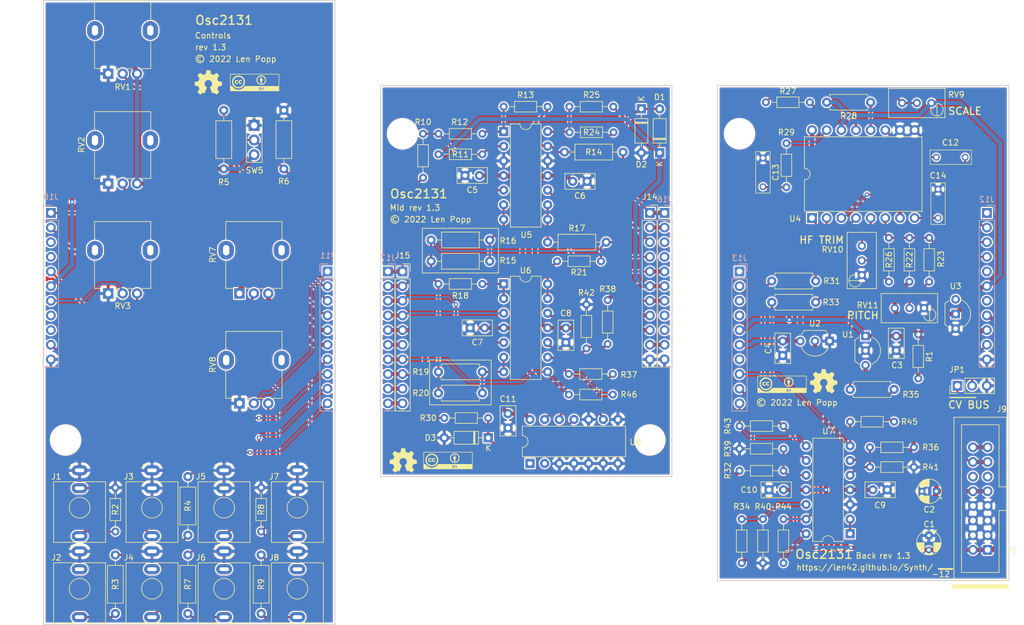
<source format=kicad_pcb>
(kicad_pcb (version 20211014) (generator pcbnew)
  (title_block (title "Eurorack SSI2131 VCO") (date "2022-03-17") (rev "1.3") (company "Len Popp") (comment 1 "Copyright © 2022 Len Popp CC BY") (comment 2 "Front panel layout matches 10 HP Delptronics Module Construction Set") (comment 3 "Board settings comply with requirements of OSH Park https://oshpark.com/") (comment 4 "Eurorack VCO module based on SSI2131, 10 HP"))
  (layers (0 "F.Cu" signal) (31 "B.Cu" signal) (36 "B.SilkS" user "B.Silkscreen") (37 "F.SilkS" user "F.Silkscreen") (38 "B.Mask" user) (39 "F.Mask" user) (44 "Edge.Cuts" user))
  (net 0 "")
  (net 1 "+12V")
  (net 2 "GND")
  (net 3 "-12V")
  (net 6 "IN-SYNC")
  (net 7 "Net-(C12-Pad2)")
  (net 11 "OUT-TRI")
  (net 12 "OUT-SAW")
  (net 13 "OUT-PULSE")
  (net 14 "Net-(R32-Pad1)")
  (net 15 "OUT-SUB")
  (net 16 "-5V")
  (net 17 "CV-FREQ-COARSE")
  (net 18 "CV-FREQ-1VOCT")
  (net 19 "CV-FREQ-FINE")
  (net 20 "CV-FREQ-MOD")
  (net 21 "CV-FREQ-MOD-IN")
  (net 22 "CV-FREQ-OCTAVE")
  (net 23 "CV-PW-MOD-IN")
  (net 24 "CV-PW-MOD")
  (net 25 "CV-PW-POT")
  (net 26 "Net-(R27-Pad1)")
  (net 27 "+5V")
  (net 28 "VREF+")
  (net 29 "Net-(R18-Pad2)")
  (net 30 "Net-(R26-Pad1)")
  (net 31 "Net-(R28-Pad1)")
  (net 32 "Net-(R29-Pad1)")
  (net 33 "Net-(R31-Pad1)")
  (net 36 "Net-(U8-Pad12)")
  (net 37 "Net-(R15-Pad2)")
  (net 38 "Net-(D3-Pad1)")
  (net 39 "Net-(R10-Pad1)")
  (net 40 "Net-(C13-Pad2)")
  (net 41 "Net-(C14-Pad1)")
  (net 42 "Net-(J9-Pad15)")
  (net 43 "Net-(J9-Pad13)")
  (net 46 "CV-FREQ-BUS")
  (net 47 "Net-(R27-Pad2)")
  (net 48 "Net-(R31-Pad2)")
  (net 50 "Net-(U7-Pad1)")
  (net 51 "PWM-2131")
  (net 52 "EXPO-FREQ-2131")
  (net 65 "Net-(RV10-Pad3)")
  (net 66 "Net-(R17-Pad2)")
  (net 67 "Net-(R19-Pad2)")
  (net 68 "Net-(R12-Pad1)")
  (net 69 "Net-(R13-Pad1)")
  (net 70 "Net-(R33-Pad1)")
  (net 71 "Net-(R35-Pad1)")
  (net 72 "Net-(R37-Pad1)")
  (net 73 "Net-(R37-Pad2)")
  (net 76 "Net-(R21-Pad2)")
  (net 77 "Net-(R23-Pad2)")
  (net 78 "Net-(R24-Pad1)")
  (net 79 "Net-(R33-Pad2)")
  (net 80 "Net-(R35-Pad2)")
  (net 81 "Net-(R38-Pad1)")
  (net 82 "Net-(R34-Pad1)")
  (net 83 "Net-(R36-Pad1)")
  (net 84 "Net-(J2-PadT)")
  (net 85 "Net-(J4-PadT)")
  (net 86 "Net-(J6-PadT)")
  (net 87 "Net-(J8-PadT)")
  (footprint "-lmp-synth:Potentiometer_Alpha_RD901F-40-00D_Single_Vertical" (layer "F.Cu") (at 35.34 36.83 90)
    (fp_text reference "RV1")
    (fp_text value "100K")
  )
  (footprint "-lmp-synth:Potentiometer_Alpha_RD901F-40-00D_Single_Vertical" (layer "F.Cu") (at 35.34 74.93 90)
    (fp_text reference "RV3")
    (fp_text value "100K")
  )
  (footprint "-lmp-synth:Jack_3.5mm_QingPu_WQP-PJ398SM_Vertical" (layer "F.Cu") (at 30.38 105.5878)
    (fp_text reference "J1")
    (fp_text value "WQP-PJ398")
  )
  (footprint "-lmp-misc:SW_SPDT_THT_2.54" (layer "F.Cu") (at 60.63 45.79)
    (fp_text reference "SW5")
    (fp_text value "ON_OFF_ON")
  )
  (footprint "-lmp-breakout:Breakout_DIP-16_W15.24mm" (layer "F.Cu") (at 157.353 61.849 90)
    (fp_text reference "U4")
    (fp_text value "SSI2131")
  )
  (footprint "Diode_THT:D_DO-35_SOD27_P7.62mm_Horizontal" (layer "F.Cu") (at 130.937 50.546 90)
    (fp_text reference "D1")
    (fp_text value "1N5711")
  )
  (footprint "-lmp-misc:Logo_OSHW" (layer "F.Cu") (at 159.385 90.17)
    (fp_text reference "G2" hide)
    (fp_text value "Logo_OSHW" hide)
  )
  (footprint "-lmp-misc:R_Axial_DIN0207_L6.3mm_D2.5mm_P10.16mm_Horizontal" (layer "F.Cu") (at 114.427 50.419)
    (fp_text reference "R14")
    (fp_text value "300K")
  )
  (footprint "-lmp-misc:R_Axial_DIN0204_L3.6mm_D1.6mm_P7.62mm_Horizontal" (layer "F.Cu") (at 89.916 47.244 -90)
    (fp_text reference "R10")
    (fp_text value "150K")
  )
  (footprint "-lmp-misc:R_Axial_DIN0207_L6.3mm_D2.5mm_P10.16mm_Horizontal" (layer "F.Cu") (at 91.313 69.342)
    (fp_text reference "R15")
    (fp_text value "125K")
  )
  (footprint "-lmp-misc:R_Axial_DIN0207_L6.3mm_D2.5mm_P10.16mm_Horizontal" (layer "F.Cu") (at 121.666 66.04 180)
    (fp_text reference "R17")
    (fp_text value "100K")
  )
  (footprint "-lmp-misc:R_Axial_DIN0204_L3.6mm_D1.6mm_P7.62mm_Horizontal" (layer "F.Cu") (at 170.678 72.898 90)
    (fp_text reference "R26")
    (fp_text value "270K")
  )
  (footprint "-lmp-misc:R_Axial_DIN0204_L3.6mm_D1.6mm_P7.62mm_Horizontal" (layer "F.Cu") (at 122.897 42.545 180)
    (fp_text reference "R25")
    (fp_text value "100K")
  )
  (footprint "-lmp-misc:R_Axial_DIN0207_L6.3mm_D2.5mm_P7.62mm_Horizontal" (layer "F.Cu") (at 150.368 72.771)
    (fp_text reference "R31")
    (fp_text value "9K")
  )
  (footprint "-lmp-misc:R_Axial_DIN0204_L3.6mm_D1.6mm_P7.62mm_Horizontal" (layer "F.Cu") (at 152.4 105.664 180)
    (fp_text reference "R32")
    (fp_text value "36K")
  )
  (footprint "-lmp-synth:Potentiometer_Bourns_3296W_Vertical" (layer "F.Cu") (at 178.054 41.91)
    (fp_text reference "RV9")
    (fp_text value "5K")
  )
  (footprint "-lmp-synth:Potentiometer_Bourns_3296W_Vertical" (layer "F.Cu") (at 165.979 71.755 -90)
    (fp_text reference "RV10")
    (fp_text value "5K")
  )
  (footprint "-lmp-misc:Logo_CC_BY" (layer "F.Cu") (at 60.706 38.354)
    (fp_text reference "G1" hide)
    (fp_text value "Logo_CC_BY" hide)
  )
  (footprint "-lmp-misc:Logo_CC_BY" (layer "F.Cu") (at 94.234 103.886)
    (fp_text reference "G5" hide)
    (fp_text value "Logo_CC_BY_SA" hide)
  )
  (footprint "-lmp-misc:Logo_CC_BY" (layer "F.Cu") (at 152.146 90.678)
    (fp_text reference "G6" hide)
    (fp_text value "Logo_CC_BY" hide)
  )
  (footprint "-lmp-misc:Logo_OSHW" (layer "F.Cu") (at 52.705 38.354)
    (fp_text reference "G4" hide)
    (fp_text value "Logo_OSHW" hide)
  )
  (footprint "-lmp-synth:IDC-Header-Eurorack-16-TH" (layer "F.Cu") (at 187.787 119.38 180)
    (fp_text reference "J9")
    (fp_text value "Conn_Eurorack_16")
  )
  (footprint "-lmp-misc:R_Axial_DIN0204_L3.6mm_D1.6mm_P7.62mm_Horizontal" (layer "F.Cu") (at 175.768 82.042 -90)
    (fp_text reference "R1")
    (fp_text value "470R")
  )
  (footprint "-lmp-misc:TO-92_Inline_Wide" (layer "F.Cu") (at 160.401 83.185 180)
    (fp_text reference "U2")
    (fp_text value "L79L05")
  )
  (footprint "-lmp-misc:TO-92_Inline_Wide" (layer "F.Cu") (at 166.624 82.296 -90)
    (fp_text reference "U1")
    (fp_text value "L78L05")
  )
  (footprint "-lmp-misc:TO-92-2_Wide" (layer "F.Cu") (at 182.245 75.946 -90)
    (fp_text reference "U3")
    (fp_text value "LM4040")
  )
  (footprint "-lmp-misc:CP_Radial_D4.0mm_P2.50mm" (layer "F.Cu") (at 178.9 109.22 180)
    (fp_text reference "C2")
    (fp_text value "10U")
  )
  (footprint "-lmp-misc:CP_Radial_D4.0mm_P2.50mm" (layer "F.Cu") (at 177.6 116.88 -90)
    (fp_text reference "C1")
    (fp_text value "10U")
  )
  (footprint "-lmp-misc:R_Axial_DIN0207_L6.3mm_D2.5mm_P10.16mm_Horizontal" (layer "F.Cu") (at 36.576 120.269 -90)
    (fp_text reference "R3")
    (fp_text value "1K")
  )
  (footprint "-lmp-misc:R_Axial_DIN0204_L3.6mm_D1.6mm_P7.62mm_Horizontal" (layer "F.Cu") (at 36.576 116.205 90)
    (fp_text reference "R2")
    (fp_text value "4M7")
  )
  (footprint "-lmp-misc:R_Axial_DIN0204_L3.6mm_D1.6mm_P7.62mm_Horizontal" (layer "F.Cu") (at 92.583 73.279)
    (fp_text reference "R18")
    (fp_text value "62K")
  )
  (footprint "-lmp-misc:PinHeader_1x03_P2.54mm_Vertical" (layer "F.Cu") (at 182.5625 90.932 90)
    (fp_text reference "JP1")
    (fp_text value "CV-BUS")
  )
  (footprint "-lmp-misc:Logo_OSHW" (layer "F.Cu") (at 86.487 103.886)
    (fp_text reference "G3" hide)
    (fp_text value "Logo_OSHW" hide)
  )
  (footprint "-lmp-misc:R_Axial_DIN0204_L3.6mm_D1.6mm_P7.62mm_Horizontal" (layer "F.Cu") (at 61.849 116.205 90)
    (fp_text reference "R8")
    (fp_text value "100K")
  )
  (footprint "Connector_PinSocket_2.54mm:PinSocket_1x11_P2.54mm_Vertical" (layer "F.Cu") (at 129.24 60.96)
    (fp_text reference "J14")
    (fp_text value "Conn_Passthru_Right")
  )
  (footprint "-lmp-misc:R_Axial_DIN0204_L3.6mm_D1.6mm_P7.62mm_Horizontal" (layer "F.Cu") (at 101.219 96.52 180)
    (fp_text reference "R30")
    (fp_text value "10K")
  )
  (footprint "-lmp-misc:R_Axial_DIN0207_L6.3mm_D2.5mm_P7.62mm_Horizontal" (layer "F.Cu") (at 92.583 88.519)
    (fp_text reference "R19")
    (fp_text value "1M5")
  )
  (footprint "Connector_PinSocket_2.54mm:PinSocket_1x10_P2.54mm_Vertical" (layer "F.Cu") (at 86.36 71.12)
    (fp_text reference "J15")
    (fp_text value "Conn_Passthru_Left")
  )
  (footprint "Package_DIP:DIP-14_W7.62mm" (layer "F.Cu") (at 108.458 104.394 90)
    (fp_text reference "U8")
    (fp_text value "CD4013")
  )
  (footprint "-lmp-holes:MountingHole_PCB_3.2mm_M3" (layer "F.Cu") (at 129.24 100.33)
    (fp_text reference "REF**" hide)
    (fp_text value "MountingHole_PCB_3.2mm_M3")
  )
  (footprint "-lmp-holes:MountingHole_PCB_3.2mm_M3" (layer "F.Cu") (at 27.94 100.33)
    (fp_text reference "REF**" hide)
    (fp_text value "MountingHole_PCB_3.2mm_M3")
  )
  (footprint "-lmp-holes:MountingHole_PCB_3.2mm_M3" (layer "F.Cu") (at 144.78 47.244)
    (fp_text reference "REF**" hide)
    (fp_text value "MountingHole_PCB_3.2mm_M3")
  )
  (footprint "-lmp-misc:R_Axial_DIN0204_L3.6mm_D1.6mm_P7.62mm_Horizontal" (layer "F.Cu") (at 115.189 88.9)
    (fp_text reference "R37")
    (fp_text value "18K")
  )
  (footprint "-lmp-misc:R_Axial_DIN0204_L3.6mm_D1.6mm_P7.62mm_Horizontal" (layer "F.Cu") (at 149.352 41.783)
    (fp_text reference "R27")
    (fp_text value "47K")
  )
  (footprint "-lmp-misc:R_Axial_DIN0204_L3.6mm_D1.6mm_P7.62mm_Horizontal" (layer "F.Cu") (at 152.908 48.895 -90)
    (fp_text reference "R29")
    (fp_text value "270R")
  )
  (footprint "-lmp-misc:R_Axial_DIN0207_L6.3mm_D2.5mm_P7.62mm_Horizontal" (layer "F.Cu") (at 167.513 41.783 180)
    (fp_text reference "R28")
    (fp_text value "499K")
  )
  (footprint "-lmp-synth:Potentiometer_Bourns_3296W_Vertical" (layer "F.Cu") (at 176.774 77.47)
    (fp_text reference "RV11")
    (fp_text value "5K")
  )
  (footprint "-lmp-misc:R_Axial_DIN0204_L3.6mm_D1.6mm_P7.62mm_Horizontal" (layer "F.Cu") (at 152.4 101.854 180)
    (fp_text reference "R39")
    (fp_text value "24K")
  )
  (footprint "-lmp-misc:R_Axial_DIN0204_L3.6mm_D1.6mm_P7.62mm_Horizontal" (layer "F.Cu") (at 152.4 121.666 90)
    (fp_text reference "R44")
    (fp_text value "36K")
  )
  (footprint "-lmp-misc:C_Rect_Kemet_L7.2mm_W2.5mm_P5mm" (layer "F.Cu") (at 148.844 51.435 -90)
    (fp_text reference "C13")
    (fp_text value "10N" hide)
  )
  (footprint "-lmp-misc:C_Disc_D5.0mm_W2.5mm_P2.50mm" (layer "F.Cu") (at 100.584 80.899 180)
    (fp_text reference "C7")
    (fp_text value "100N")
  )
  (footprint "-lmp-misc:R_Axial_DIN0204_L3.6mm_D1.6mm_P7.62mm_Horizontal" (layer "F.Cu") (at 121.92 83.693 90)
    (fp_text reference "R38")
    (fp_text value "18K")
  )
  (footprint "-lmp-misc:R_Axial_DIN0204_L3.6mm_D1.6mm_P7.62mm_Horizontal" (layer "F.Cu") (at 174.234 65.278 -90)
    (fp_text reference "R22")
    (fp_text value "100K")
  )
  (footprint "-lmp-misc:C_Disc_D5.0mm_W2.5mm_P2.50mm" (layer "F.Cu") (at 104.648 95.758 -90)
    (fp_text reference "C11")
    (fp_text value "100N")
  )
  (footprint "-lmp-misc:R_Axial_DIN0204_L3.6mm_D1.6mm_P7.62mm_Horizontal" (layer "F.Cu") (at 163.957 97.155)
    (fp_text reference "R45")
    (fp_text value "36K")
  )
  (footprint "-lmp-misc:C_Disc_D5.0mm_W2.5mm_P2.50mm" (layer "F.Cu") (at 99.695 54.483 180)
    (fp_text reference "C5")
    (fp_text value "100N")
  )
  (footprint "-lmp-misc:R_Axial_DIN0207_L6.3mm_D2.5mm_P10.16mm_Horizontal" (layer "F.Cu") (at 91.313 65.659)
    (fp_text reference "R16")
    (fp_text value "125K")
  )
  (footprint "-lmp-misc:R_Axial_DIN0207_L6.3mm_D2.5mm_P10.16mm_Horizontal" (layer "F.Cu") (at 49.149 120.269 -90)
    (fp_text reference "R7")
    (fp_text value "1K")
  )
  (footprint "-lmp-misc:R_Axial_DIN0207_L6.3mm_D2.5mm_P10.16mm_Horizontal" (layer "F.Cu") (at 61.849 120.269 -90)
    (fp_text reference "R9")
    (fp_text value "1K")
  )
  (footprint "-lmp-misc:C_Disc_D5.0mm_W2.5mm_P2.50mm" (layer "F.Cu") (at 171.958 82.316 -90)
    (fp_text reference "C3")
    (fp_text value "100N")
  )
  (footprint "-lmp-synth:Jack_3.5mm_QingPu_WQP-PJ398SM_Vertical" (layer "F.Cu") (at 30.38 119.634)
    (fp_text reference "J2")
    (fp_text value "WQP-PJ398")
  )
  (footprint "-lmp-synth:Jack_3.5mm_QingPu_WQP-PJ398SM_Vertical" (layer "F.Cu") (at 42.93 119.634)
    (fp_text reference "J4")
    (fp_text value "WQP-PJ398")
  )
  (footprint "-lmp-synth:Potentiometer_Alpha_RD901F-40-00D_Single_Vertical" (layer "F.Cu") (at 58.09 93.98 90)
    (fp_text reference "RV8")
    (fp_text value "100K")
  )
  (footprint "-lmp-synth:Potentiometer_Alpha_RD901F-40-00D_Single_Vertical" (layer "F.Cu") (at 35.34 55.88 90)
    (fp_text reference "RV2")
    (fp_text value "100K")
  )
  (footprint "-lmp-misc:R_Axial_DIN0207_L6.3mm_D2.5mm_P10.16mm_Horizontal" (layer "F.Cu") (at 65.786 43.18 -90)
    (fp_text reference "R6")
    (fp_text value "100K")
  )
  (footprint "-lmp-misc:R_Axial_DIN0204_L3.6mm_D1.6mm_P7.62mm_Horizontal" (layer "F.Cu") (at 118.237 84.455 90)
    (fp_text reference "R42")
    (fp_text value "36K")
  )
  (footprint "-lmp-misc:R_Axial_DIN0204_L3.6mm_D1.6mm_P7.62mm_Horizontal" (layer "F.Cu") (at 100.203 47.244 180)
    (fp_text reference "R12")
    (fp_text value "75K")
  )
  (footprint "-lmp-synth:Jack_3.5mm_QingPu_WQP-PJ398SM_Vertical" (layer "F.Cu") (at 42.93 105.5878)
    (fp_text reference "J3")
    (fp_text value "WQP-PJ398")
  )
  (footprint "-lmp-misc:R_Axial_DIN0204_L3.6mm_D1.6mm_P7.62mm_Horizontal" (layer "F.Cu") (at 111.506 42.545 180)
    (fp_text reference "R13")
    (fp_text value "150K")
  )
  (footprint "-lmp-misc:C_Disc_D5.0mm_W2.5mm_P2.50mm" (layer "F.Cu") (at 114.681 83.419 90)
    (fp_text reference "C8")
    (fp_text value "100N")
  )
  (footprint "-lmp-synth:Jack_3.5mm_QingPu_WQP-PJ398SM_Vertical" (layer "F.Cu") (at 55.43 119.634)
    (fp_text reference "J6")
    (fp_text value "WQP-PJ398")
  )
  (footprint "-lmp-misc:R_Axial_DIN0204_L3.6mm_D1.6mm_P7.62mm_Horizontal" (layer "F.Cu") (at 144.78 97.917)
    (fp_text reference "R43")
    (fp_text value "36K")
  )
  (footprint "-lmp-misc:C_Rect_Kemet_L7.2mm_W2.5mm_P5mm" (layer "F.Cu") (at 183.896 51.308 180)
    (fp_text reference "C12")
    (fp_text value "10N" hide)
  )
  (footprint "-lmp-misc:R_Axial_DIN0207_L6.3mm_D2.5mm_P7.62mm_Horizontal" (layer "F.Cu") (at 171.577 91.567 180)
    (fp_text reference "R35")
    (fp_text value "9K")
  )
  (footprint "-lmp-misc:R_Axial_DIN0207_L6.3mm_D2.5mm_P10.16mm_Horizontal" (layer "F.Cu") (at 55.372 53.34 90)
    (fp_text reference "R5")
    (fp_text value "100K")
  )
  (footprint "-lmp-misc:R_Axial_DIN0204_L3.6mm_D1.6mm_P7.62mm_Horizontal" (layer "F.Cu") (at 177.663 65.278 -90)
    (fp_text reference "R23")
    (fp_text value "100K")
  )
  (footprint "Package_DIP:DIP-14_W7.62mm" (layer "F.Cu") (at 103.896 73.274)
    (fp_text reference "U6")
    (fp_text value "TL074")
  )
  (footprint "-lmp-misc:R_Axial_DIN0204_L3.6mm_D1.6mm_P7.62mm_Horizontal" (layer "F.Cu") (at 145.161 114.046 -90)
    (fp_text reference "R34")
    (fp_text value "36K")
  )
  (footprint "-lmp-misc:R_Axial_DIN0204_L3.6mm_D1.6mm_P7.62mm_Horizontal" (layer "F.Cu") (at 148.844 114.046 -90)
    (fp_text reference "R40")
    (fp_text value "24K")
  )
  (footprint "-lmp-misc:R_Axial_DIN0207_L6.3mm_D2.5mm_P10.16mm_Horizontal" (layer "F.Cu") (at 49.149 106.68 -90)
    (fp_text reference "R4")
    (fp_text value "1K")
  )
  (footprint "-lmp-misc:R_Axial_DIN0204_L3.6mm_D1.6mm_P7.62mm_Horizontal" (layer "F.Cu") (at 167.386 101.6)
    (fp_text reference "R36")
    (fp_text value "36K")
  )
  (footprint "-lmp-misc:R_Axial_DIN0204_L3.6mm_D1.6mm_P7.62mm_Horizontal" (layer "F.Cu") (at 167.386 105.029)
    (fp_text reference "R41")
    (fp_text value "24K")
  )
  (footprint "-lmp-misc:C_Disc_D5.0mm_W2.5mm_P2.50mm" (layer "F.Cu") (at 167.894 108.966)
    (fp_text reference "C9")
    (fp_text value "100N")
  )
  (footprint "-lmp-synth:Potentiometer_Alpha_RD901F-40-00D_Single_Vertical" (layer "F.Cu") (at 58.09 74.93 90)
    (fp_text reference "RV7")
    (fp_text value "100K")
  )
  (footprint "-lmp-synth:Jack_3.5mm_QingPu_WQP-PJ398SM_Vertical" (layer "F.Cu") (at 55.43 105.5878)
    (fp_text reference "J5")
    (fp_text value "WQP-PJ398")
  )
  (footprint "Diode_THT:D_DO-35_SOD27_P7.62mm_Horizontal" (layer "F.Cu") (at 101.219 99.949 180)
    (fp_text reference "D3")
    (fp_text value "1N5711")
  )
  (footprint "-lmp-misc:C_Disc_D5.0mm_W2.5mm_P2.50mm" (layer "F.Cu") (at 149.9 108.966)
    (fp_text reference "C10")
    (fp_text value "100N")
  )
  (footprint "Package_DIP:DIP-14_W7.62mm" (layer "F.Cu") (at 163.947 116.591 180)
    (fp_text reference "U7")
    (fp_text value "TL074")
  )
  (footprint "-lmp-misc:C_Rect_Kemet_L7.2mm_W2.5mm_P5mm" (layer "F.Cu") (at 179.197 61.849 90)
    (fp_text reference "C14")
    (fp_text value "3N9" hide)
  )
  (footprint "-lmp-misc:R_Axial_DIN0204_L3.6mm_D1.6mm_P7.62mm_Horizontal" (layer "F.Cu") (at 115.189 92.456)
    (fp_text reference "R46")
    (fp_text value "36K")
  )
  (footprint "-lmp-misc:C_Disc_D5.0mm_W2.5mm_P2.50mm" (layer "F.Cu") (at 152.273 85.685 90)
    (fp_text reference "C4")
    (fp_text value "100N")
  )
  (footprint "-lmp-holes:MountingHole_PCB_3.2mm_M3" (layer "F.Cu") (at 86.36 47.244)
    (fp_text reference "REF**" hide)
    (fp_text value "MountingHole_PCB_3.2mm_M3")
  )
  (footprint "-lmp-misc:R_Axial_DIN0207_L6.3mm_D2.5mm_P7.62mm_Horizontal" (layer "F.Cu") (at 92.583 92.202)
    (fp_text reference "R20")
    (fp_text value "1M5")
  )
  (footprint "-lmp-misc:R_Axial_DIN0204_L3.6mm_D1.6mm_P7.62mm_Horizontal" (layer "F.Cu") (at 115.316 46.99)
    (fp_text reference "R24")
    (fp_text value "75K")
  )
  (footprint "-lmp-misc:C_Disc_D5.0mm_W2.5mm_P2.50mm" (layer "F.Cu") (at 118.364 55.499 180)
    (fp_text reference "C6")
    (fp_text value "100N")
  )
  (footprint "-lmp-misc:R_Axial_DIN0204_L3.6mm_D1.6mm_P7.62mm_Horizontal" (layer "F.Cu") (at 120.777 69.342 180)
    (fp_text reference "R21")
    (fp_text value "100K")
  )
  (footprint "Diode_THT:D_DO-35_SOD27_P7.62mm_Horizontal" (layer "F.Cu") (at 127.762 42.926 -90)
    (fp_text reference "D2")
    (fp_text value "1N5711")
  )
  (footprint "-lmp-misc:R_Axial_DIN0204_L3.6mm_D1.6mm_P7.62mm_Horizontal" (layer "F.Cu") (at 100.203 50.8 180)
    (fp_text reference "R11")
    (fp_text value "75K")
  )
  (footprint "-lmp-synth:Jack_3.5mm_QingPu_WQP-PJ398SM_Vertical" (layer "F.Cu") (at 68.13 105.5878)
    (fp_text reference "J7")
    (fp_text value "WQP-PJ398")
  )
  (footprint "Package_DIP:DIP-14_W7.62mm" (layer "F.Cu") (at 103.896 46.858)
    (fp_text reference "U5")
    (fp_text value "TL074")
  )
  (footprint "-lmp-synth:Jack_3.5mm_QingPu_WQP-PJ398SM_Vertical" (layer "F.Cu") (at 68.13 119.634)
    (fp_text reference "J8")
    (fp_text value "WQP-PJ398")
  )
  (footprint "-lmp-misc:R_Axial_DIN0207_L6.3mm_D2.5mm_P7.62mm_Horizontal" (layer "F.Cu") (at 150.368 76.454)
    (fp_text reference "R33")
    (fp_text value "9K")
  )
  (footprint "Connector_PinHeader_2.54mm:PinHeader_1x11_P2.54mm_Vertical" (layer "B.Cu") (at 131.78 60.96 180)
    (fp_text reference "J16")
    (fp_text value "Conn_Mid_Right")
  )
  (footprint "Connector_PinHeader_2.54mm:PinHeader_1x10_P2.54mm_Vertical" (layer "B.Cu") (at 83.82 71.12 180)
    (fp_text reference "J17")
    (fp_text value "Conn_Mid_Left")
  )
  (footprint "Connector_PinHeader_2.54mm:PinHeader_1x10_P2.54mm_Vertical" (layer "B.Cu") (at 144.78 71.12 180)
    (fp_text reference "J13")
    (fp_text value "Conn_Back_Left")
  )
  (footprint "Connector_PinHeader_2.54mm:PinHeader_1x11_P2.54mm_Vertical" (layer "B.Cu") (at 187.66 60.96 180)
    (fp_text reference "J12")
    (fp_text value "Conn_Back_Right")
  )
  (footprint "Connector_PinSocket_2.54mm:PinSocket_1x11_P2.54mm_Vertical" (layer "B.Cu") (at 25.4 60.96 180)
    (fp_text reference "J10")
    (fp_text value "Conn_Front_Left")
  )
  (footprint "Connector_PinSocket_2.54mm:PinSocket_1x10_P2.54mm_Vertical" (layer "B.Cu") (at 73.36 71.12 180)
    (fp_text reference "J11")
    (fp_text value "Conn_Front_Right")
  )
  (gr_line (start 102.997 71.374) (end 89.789 71.374) (layer "F.SilkS") (width 0.12))
  (gr_line (start 89.789 63.627) (end 102.997 63.627) (layer "F.SilkS") (width 0.12))
  (gr_line (start 102.997 63.627) (end 102.997 71.374) (layer "F.SilkS") (width 0.12))
  (gr_line (start 89.789 71.374) (end 89.789 63.627) (layer "F.SilkS") (width 0.12))
  (gr_line (start 91.059 94.234) (end 91.059 86.487) (layer "F.SilkS") (width 0.12))
  (gr_line (start 181.229 92.964) (end 185.674 92.964) (layer "F.SilkS") (width 0.2032))
  (gr_line (start 101.727 86.487) (end 101.727 94.234) (layer "F.SilkS") (width 0.12))
  (gr_line (start 181.6862 122.684997) (end 179.324 122.684997) (layer "F.SilkS") (width 0.3048))
  (gr_line (start 101.727 94.234) (end 91.059 94.234) (layer "F.SilkS") (width 0.12))
  (gr_line (start 91.059 86.487) (end 101.727 86.487) (layer "F.SilkS") (width 0.12))
  (gr_line (start 82.55 106.68) (end 82.55 38.862) (layer "Edge.Cuts") (width 0.1524))
  (gr_line (start 82.55 38.862) (end 133.050001 38.862) (layer "Edge.Cuts") (width 0.1524))
  (gr_line (start 133.050001 38.862) (end 133.050001 106.68) (layer "Edge.Cuts") (width 0.1524))
  (gr_line (start 74.630001 24.13) (end 74.630001 132.334) (layer "Edge.Cuts") (width 0.1524))
  (gr_line (start 74.630001 132.334) (end 24.13 132.334) (layer "Edge.Cuts") (width 0.1524))
  (gr_line (start 24.13 24.13) (end 74.630001 24.13) (layer "Edge.Cuts") (width 0.1524))
  (gr_line (start 133.050001 106.68) (end 82.55 106.68) (layer "Edge.Cuts") (width 0.1524))
  (gr_line (start 140.97 124.714) (end 140.97 38.862) (layer "Edge.Cuts") (width 0.1524))
  (gr_line (start 140.97 38.862) (end 191.470001 38.862) (layer "Edge.Cuts") (width 0.1524))
  (gr_line (start 191.470001 38.862) (end 191.470001 124.714) (layer "Edge.Cuts") (width 0.1524))
  (gr_line (start 191.470001 124.714) (end 140.97 124.714) (layer "Edge.Cuts") (width 0.1524))
  (gr_line (start 24.13 132.334) (end 24.13 24.13) (layer "Edge.Cuts") (width 0.1524))
  (gr_text "© 2022 Len Popp" (at 84.074 62.103) (layer "F.SilkS") (effects (font (size 1 1)) (justify left)))
  (gr_text "Mid" (at 84.074 60.071) (layer "F.SilkS") (effects (font (size 1 1)) (justify left)))
  (gr_text "rev 1.3" (at 168.91 120.396) (layer "F.SilkS") (effects (font (size 1 1)) (justify left)))
  (gr_text "Osc2131" (at 154.305 120.142) (layer "F.SilkS") (effects (font (size 1.524 1.524) (thickness 0.2286)) (justify left)))
  (gr_text "© 2022 Len Popp" (at 147.574 93.853) (layer "F.SilkS") (effects (font (size 1 1)) (justify left)))
  (gr_text "Osc2131" (at 84.074 57.658) (layer "F.SilkS") (effects (font (size 1.524 1.524) (thickness 0.2286)) (justify left)))
  (gr_text "© 2022 Len Popp" (at 50.292 34.29) (layer "F.SilkS") (effects (font (size 1 1)) (justify left)))
  (gr_text "Controls" (at 50.292 30.226) (layer "F.SilkS") (effects (font (size 1 1)) (justify left)))
  (gr_text "Osc2131" (at 50.292 27.559) (layer "F.SilkS") (effects (font (size 1.524 1.524) (thickness 0.2286)) (justify left)))
  (gr_text "https://len42.github.io/Synth/" (at 154.559 122.428) (layer "F.SilkS") (effects (font (size 1 1)) (justify left)))
  (gr_text "rev 1.3" (at 50.292 32.258) (layer "F.SilkS") (effects (font (size 1 1)) (justify left)))
  (gr_text "CV BUS" (at 180.848 94.234) (layer "F.SilkS") (effects (font (size 1.27 1.27) (thickness 0.2032)) (justify left)))
  (gr_text "HF TRIM" (at 159.004 65.659) (layer "F.SilkS") (effects (font (size 1.27 1.27) (thickness 0.2032))))
  (gr_text "SCALE" (at 180.848 43.307) (layer "F.SilkS") (effects (font (size 1.27 1.27) (thickness 0.2032)) (justify left)))
  (gr_text "Back" (at 164.846 120.396) (layer "F.SilkS") (effects (font (size 1 1)) (justify left)))
  (gr_text "-12" (at 181.356 123.571) (layer "F.SilkS") (effects (font (size 1 1)) (justify right)))
  (gr_text "PITCH" (at 163.312 78.74) (layer "F.SilkS") (effects (font (size 1.27 1.27) (thickness 0.2032)) (justify left)))
  (gr_text "rev 1.3" (at 87.376 60.071) (layer "F.SilkS") (effects (font (size 1 1)) (justify left)))
  (segment (start 178.9 91.356) (end 183.515 86.741) (width 0.762) (layer "F.Cu") (net 1))
  (segment (start 117.729 90.678) (end 125.6665 82.7405) (width 0.762) (layer "F.Cu") (net 1))
  (segment (start 183.515 84.709) (end 186.944 81.28) (width 0.762) (layer "F.Cu") (net 1))
  (segment (start 127.127 81.28) (end 129.24 81.28) (width 0.762) (layer "F.Cu") (net 1))
  (segment (start 166.624 91.694) (end 166.624 87.376) (width 0.762) (layer "F.Cu") (net 1))
  (segment (start 161.671 118.491) (end 161.671 109.093) (width 0.762) (layer "F.Cu") (net 1))
  (segment (start 178.9 109.22) (end 178.9 91.356) (width 0.762) (layer "F.Cu") (net 1))
  (segment (start 106.807 80.899) (end 103.886 80.899) (width 0.762) (layer "F.Cu") (net 1))
  (segment (start 161.798 108.966) (end 161.671 109.093) (width 0.762) (layer "F.Cu") (net 1))
  (segment (start 161.671 109.093) (end 161.671 96.647) (width 0.762) (layer "F.Cu") (net 1))
  (segment (start 110.617 90.678) (end 117.729 90.678) (width 0.762) (layer "F.Cu") (net 1))
  (segment (start 168.148 120.523) (end 163.703 120.523) (width 0.762) (layer "F.Cu") (net 1))
  (segment (start 103.886 80.899) (end 99.932 80.899) (width 0.762) (layer "F.Cu") (net 1))
  (segment (start 163.957 108.966) (end 167.894 108.966) (width 0.762) (layer "F.Cu") (net 1))
  (segment (start 107.188 57.023) (end 107.188 87.249) (width 0.762) (layer "F.Cu") (net 1))
  (segment (start 183.515 86.741) (end 183.515 84.709) (width 0.762) (layer "F.Cu") (net 1))
  (segment (start 161.671 96.647) (end 166.624 91.694) (width 0.762) (layer "F.Cu") (net 1))
  (segment (start 185.247 109.22) (end 178.9 109.22) (width 0.762) (layer "F.Cu") (net 1))
  (segment (start 125.6665 82.7405) (end 127.127 81.28) (width 0.762) (layer "F.Cu") (net 1))
  (segment (start 103.886 54.483) (end 104.648 54.483) (width 0.762) (layer "F.Cu") (net 1))
  (segment (start 186.944 81.28) (end 187.66 81.28) (width 0.762) (layer "F.Cu") (net 1))
  (segment (start 103.886 54.483) (end 99.705 54.483) (width 0.762) (layer "F.Cu") (net 1))
  (segment (start 185.247 109.22) (end 187.787 109.22) (width 0.762) (layer "F.Cu") (net 1))
  (segment (start 107.188 87.249) (end 110.617 90.678) (width 0.762) (layer "F.Cu") (net 1))
  (segment (start 125.6665 82.7405) (end 127 81.407) (width 0.762) (layer "F.Cu") (net 1))
  (segment (start 178.816 109.22) (end 178.816 109.855) (width 0.762) (layer "F.Cu") (net 1))
  (segment (start 163.703 120.523) (end 161.671 118.491) (width 0.762) (layer "F.Cu") (net 1))
  (segment (start 163.957 108.966) (end 161.798 108.966) (width 0.762) (layer "F.Cu") (net 1))
  (segment (start 178.816 109.855) (end 168.148 120.523) (width 0.762) (layer "F.Cu") (net 1))
  (segment (start 104.648 54.483) (end 107.188 57.023) (width 0.762) (layer "F.Cu") (net 1))
  (segment (start 188.341 86.36) (end 187.66 86.36) (width 0.762) (layer "F.Cu") (net 2))
  (segment (start 159.766 94.742) (end 159.766 108.966) (width 0.762) (layer "F.Cu") (net 3))
  (segment (start 189.992 118.025) (end 189.992 80.772) (width 0.762) (layer "F.Cu") (net 3))
  (segment (start 123.444 80.899) (end 120.396 80.899) (width 0.762) (layer "F.Cu") (net 3))
  (segment (start 169.672 122.047) (end 163.068 122.047) (width 0.762) (layer "F.Cu") (net 3))
  (segment (start 163.068 122.047) (end 159.766 118.745) (width 0.762) (layer "F.Cu") (net 3))
  (segment (start 114.781 54.483) (end 115.797 55.499) (width 0.762) (layer "F.Cu") (net 3))
  (segment (start 185.247 119.38) (end 177.6 119.38) (width 0.762) (layer "F.Cu") (net 3))
  (segment (start 159.766 118.745) (end 159.766 108.966) (width 0.762) (layer "F.Cu") (net 3))
  (segment (start 125.603 78.74) (end 123.444 80.899) (width 0.762) (layer "F.Cu") (net 3))
  (segment (start 111.506 54.483) (end 114.781 54.483) (width 0.762) (layer "F.Cu") (net 3))
  (segment (start 111.252 80.899) (end 109.347 78.994) (width 0.762) (layer "F.Cu") (net 3))
  (segment (start 188.637 119.38) (end 189.992 118.025) (width 0.762) (layer "F.Cu") (net 3))
  (segment (start 111.506 80.899) (end 115.951 80.899) (width 0.762) (layer "F.Cu") (net 3))
  (segment (start 129.24 78.74) (end 125.603 78.74) (width 0.762) (layer "F.Cu") (net 3))
  (segment (start 187.96 78.74) (end 187.66 78.74) (width 0.762) (layer "F.Cu") (net 3))
  (segment (start 109.347 56.007) (end 110.871 54.483) (width 0.762) (layer "F.Cu") (net 3))
  (segment (start 120.376 80.919) (end 114.681 80.919) (width 0.762) (layer "F.Cu") (net 3))
  (segment (start 172.339 119.38) (end 169.672 122.047) (width 0.762) (layer "F.Cu") (net 3))
  (segment (start 185.247 119.38) (end 187.787 119.38) (width 0.762) (layer "F.Cu") (net 3))
  (segment (start 109.347 78.994) (end 109.347 56.007) (width 0.762) (layer "F.Cu") (net 3))
  (segment (start 110.871 54.483) (end 111.506 54.483) (width 0.762) (layer "F.Cu") (net 3))
  (segment (start 189.992 80.772) (end 187.96 78.74) (width 0.762) (layer "F.Cu") (net 3))
  (segment (start 157.861 92.837) (end 159.766 94.742) (width 0.762) (layer "F.Cu") (net 3))
  (segment (start 187.787 119.38) (end 188.637 119.38) (width 0.762) (layer "F.Cu") (net 3))
  (segment (start 157.861 83.185) (end 157.861 92.837) (width 0.762) (layer "F.Cu") (net 3))
  (segment (start 177.6 119.38) (end 172.339 119.38) (width 0.762) (layer "F.Cu") (net 3))
  (segment (start 120.396 80.899) (end 120.376 80.919) (width 0.762) (layer "F.Cu") (net 3))
  (segment (start 152.4 108.966) (end 156.337 108.966) (width 0.762) (layer "F.Cu") (net 3))
  (segment (start 111.506 80.899) (end 111.252 80.899) (width 0.762) (layer "F.Cu") (net 3))
  (via (at 159.766 108.966) (size 0.8) (drill 0.4) (layers "F.Cu" "B.Cu") (net 3))
  (segment (start 156.337 108.966) (end 159.639 108.966) (width 0.762) (layer "B.Cu") (net 3))
  (segment (start 183.896 60.198) (end 183.896 51.308) (width 0.381) (layer "F.Cu") (net 6))
  (segment (start 45.339 72.263) (end 64.77 91.694) (width 0.381) (layer "F.Cu") (net 6))
  (segment (start 64.77 91.694) (end 64.77 113.284) (width 0.381) (layer "F.Cu") (net 6))
  (segment (start 62.6318 116.9878) (end 61.849 116.205) (width 0.381) (layer "F.Cu") (net 6))
  (segment (start 129.24 63.5) (end 131.78 63.5) (width 0.762) (layer "F.Cu") (net 6))
  (segment (start 187.198 63.5) (end 183.896 60.198) (width 0.381) (layer "F.Cu") (net 6))
  (segment (start 25.4 63.509917) (end 34.153083 72.263) (width 0.381) (layer "F.Cu") (net 6))
  (segment (start 64.77 113.284) (end 61.849 116.205) (width 0.381) (layer "F.Cu") (net 6))
  (segment (start 68.13 116.9878) (end 62.6318 116.9878) (width 0.381) (layer "F.Cu") (net 6))
  (segment (start 187.66 63.5) (end 187.198 63.5) (width 0.381) (layer "F.Cu") (net 6))
  (segment (start 25.4 63.5) (end 25.4 63.509917) (width 0.381) (layer "F.Cu") (net 6))
  (segment (start 34.153083 72.263) (end 45.339 72.263) (width 0.381) (layer "F.Cu") (net 6))
  (segment (start 170.053 46.609) (end 174.752 51.308) (width 0.381) (layer "F.Cu") (net 7))
  (segment (start 178.896 51.308) (end 174.752 51.308) (width 0.381) (layer "F.Cu") (net 7))
  (segment (start 59.436 96.52) (end 49.276 106.68) (width 0.381) (layer "F.Cu") (net 11))
  (segment (start 83.82 88.9) (end 86.36 88.9) (width 0.762) (layer "F.Cu") (net 11))
  (segment (start 88.773 90.551) (end 87.122 88.9) (width 0.381) (layer "F.Cu") (net 11))
  (segment (start 91.821 96.52) (end 88.773 93.472) (width 0.381) (layer "F.Cu") (net 11))
  (segment (start 93.599 96.52) (end 91.821 96.52) (width 0.381) (layer "F.Cu") (net 11))
  (segment (start 163.957 97.155) (end 163.957 101.346) (width 0.381) (layer "F.Cu") (net 11))
  (segment (start 61.468 96.52) (end 59.436 96.52) (width 0.381) (layer "F.Cu") (net 11))
  (segment (start 87.122 88.9) (end 86.36 88.9) (width 0.381) (layer "F.Cu") (net 11))
  (segment (start 88.773 93.472) (end 88.773 90.551) (width 0.381) (layer "F.Cu") (net 11))
  (via (at 61.468 96.52) (size 0.8) (drill 0.4) (layers "F.Cu" "B.Cu") (net 11))
  (segment (start 144.78 88.9) (end 151.511 88.9) (width 0.381) (layer "B.Cu") (net 11))
  (segment (start 64.5922 96.52) (end 72.2122 88.9) (width 0.381) (layer "B.Cu") (net 11))
  (segment (start 151.511 88.9) (end 163.957 101.346) (width 0.381) (layer "B.Cu") (net 11))
  (segment (start 72.2122 88.9) (end 73.36 88.9) (width 0.381) (layer "B.Cu") (net 11))
  (segment (start 61.468 96.52) (end 64.5922 96.52) (width 0.381) (layer "B.Cu") (net 11))
  (segment (start 41.0718 121.1326) (end 40.2082 120.269) (width 0.381) (layer "F.Cu") (net 12))
  (segment (start 45.0088 116.1288) (end 45.0088 120.3452) (width 0.381) (layer "F.Cu") (net 12))
  (segment (start 59.944 102.489) (end 55.5244 102.489) (width 0.381) (layer "F.Cu") (net 12))
  (segment (start 53.2638 104.7496) (end 53.2638 107.8738) (width 0.381) (layer "F.Cu") (net 12))
  (segment (start 45.0088 120.3452) (end 44.2214 121.1326) (width 0.381) (layer "F.Cu") (net 12))
  (segment (start 53.2638 107.8738) (end 45.0088 116.1288) (width 0.381) (layer "F.Cu") (net 12))
  (segment (start 83.82 93.98) (end 86.36 93.98) (width 0.762) (layer "F.Cu") (net 12))
  (segment (start 40.2082 120.269) (end 36.576 120.269) (width 0.381) (layer "F.Cu") (net 12))
  (segment (start 55.5244 102.489) (end 53.2638 104.7496) (width 0.381) (layer "F.Cu") (net 12))
  (segment (start 144.78 97.917) (end 144.78 93.98) (width 0.381) (layer "F.Cu") (net 12))
  (segment (start 44.2214 121.1326) (end 41.0718 121.1326) (width 0.381) (layer "F.Cu") (net 12))
  (via (at 59.944 102.489) (size 0.8) (drill 0.4) (layers "F.Cu" "B.Cu") (net 12))
  (segment (start 156.337 101.346) (end 154.94 99.949) (width 0.381) (layer "B.Cu") (net 12))
  (segment (start 154.94 99.949) (end 146.685 99.949) (width 0.381) (layer "B.Cu") (net 12))
  (segment (start 59.944 102.489) (end 64.851 102.489) (width 0.381) (layer "B.Cu") (net 12))
  (segment (start 64.851 102.489) (end 73.36 93.98) (width 0.381) (layer "B.Cu") (net 12))
  (segment (start 146.685 99.949) (end 144.78 98.044) (width 0.381) (layer "B.Cu") (net 12))
  (segment (start 55.8546 114.8334) (end 54.7116 114.8334) (width 0.381) (layer "F.Cu") (net 13))
  (segment (start 83.82 91.44) (end 86.36 91.44) (width 0.762) (layer "F.Cu") (net 13))
  (segment (start 155.956 116.586) (end 154.432 115.062) (width 0.381) (layer "F.Cu") (net 13))
  (segment (start 154.432 113.5507) (end 153.1493 112.268) (width 0.381) (layer "F.Cu") (net 13))
  (segment (start 54.7116 114.8334) (end 49.276 120.269) (width 0.381) (layer "F.Cu") (net 13))
  (segment (start 154.432 115.062) (end 154.432 113.5507) (width 0.381) (layer "F.Cu") (net 13))
  (segment (start 147.066 93.726) (end 144.78 91.44) (width 0.381) (layer "F.Cu") (net 13))
  (segment (start 147.066 108.966) (end 147.066 93.726) (width 0.381) (layer "F.Cu") (net 13))
  (segment (start 156.337 116.586) (end 155.956 116.586) (width 0.381) (layer "F.Cu") (net 13))
  (segment (start 58.7502 106.3498) (end 58.7502 111.9378) (width 0.381) (layer "F.Cu") (net 13))
  (segment (start 58.7502 111.9378) (end 55.8546 114.8334) (width 0.381) (layer "F.Cu") (net 13))
  (segment (start 61.468 103.632) (end 58.7502 106.3498) (width 0.381) (layer "F.Cu") (net 13))
  (segment (start 150.368 112.268) (end 147.066 108.966) (width 0.381) (layer "F.Cu") (net 13))
  (segment (start 153.1493 112.268) (end 150.368 112.268) (width 0.381) (layer "F.Cu") (net 13))
  (segment (start 61.468 99.949) (end 61.468 103.632) (width 0.381) (layer "F.Cu") (net 13))
  (via (at 61.468 99.949) (size 0.8) (drill 0.4) (layers "F.Cu" "B.Cu") (net 13))
  (segment (start 152.4 120.523) (end 156.337 116.586) (width 0.381) (layer "B.Cu") (net 13))
  (segment (start 64.77 99.441) (end 72.771 91.44) (width 0.381) (layer "B.Cu") (net 13))
  (segment (start 152.4 121.666) (end 152.4 120.523) (width 0.381) (layer "B.Cu") (net 13))
  (segment (start 61.468 99.949) (end 61.976 99.441) (width 0.381) (layer "B.Cu") (net 13))
  (segment (start 61.976 99.441) (end 64.77 99.441) (width 0.381) (layer "B.Cu") (net 13))
  (segment (start 156.337 106.426) (end 153.162 106.426) (width 0.381) (layer "F.Cu") (net 14))
  (segment (start 153.162 106.426) (end 152.4 105.664) (width 0.381) (layer "F.Cu") (net 14))
  (segment (start 152.4 105.664) (end 152.4 101.854) (width 0.381) (layer "F.Cu") (net 14))
  (segment (start 83.82 86.36) (end 86.36 86.36) (width 0.762) (layer "F.Cu") (net 15))
  (segment (start 70.358 120.142) (end 70.358 89.362) (width 0.381) (layer "F.Cu") (net 15))
  (segment (start 62.738 121.158) (end 69.342 121.158) (width 0.381) (layer "F.Cu") (net 15))
  (segment (start 70.358 89.362) (end 73.36 86.36) (width 0.381) (layer "F.Cu") (net 15))
  (segment (start 69.342 121.158) (end 70.358 120.142) (width 0.381) (layer "F.Cu") (net 15))
  (segment (start 61.849 120.269) (end 62.738 121.158) (width 0.381) (layer "F.Cu") (net 15))
  (segment (start 108.712 88.519) (end 111.506 88.519) (width 0.381) (layer "B.Cu") (net 15))
  (segment (start 111.506 88.519) (end 111.506 88.773) (width 0.381) (layer "B.Cu") (net 15))
  (segment (start 86.36 86.36) (end 93.98 86.36) (width 0.381) (layer "B.Cu") (net 15))
  (segment (start 111.506 88.773) (end 115.189 92.456) (width 0.381) (layer "B.Cu") (net 15))
  (segment (start 93.98 86.36) (end 97.917 90.297) (width 0.381) (layer "B.Cu") (net 15))
  (segment (start 97.917 90.297) (end 106.934 90.297) (width 0.381) (layer "B.Cu") (net 15))
  (segment (start 106.934 90.297) (end 108.712 88.519) (width 0.381) (layer "B.Cu") (net 15))
  (segment (start 155.321 60.325) (end 156.21 59.436) (width 0.762) (layer "F.Cu") (net 16))
  (segment (start 63.09 75.917) (end 63.09 74.93) (width 0.762) (layer "F.Cu") (net 16))
  (segment (start 155.321 80.645) (end 155.321 60.325) (width 0.762) (layer "F.Cu") (net 16))
  (segment (start 152.273 83.185) (end 152.781 83.185) (width 0.762) (layer "F.Cu") (net 16))
  (segment (start 152.781 83.185) (end 155.321 80.645) (width 0.762) (layer "F.Cu") (net 16))
  (segment (start 73.36 83.82) (end 70.993 83.82) (width 0.762) (layer "F.Cu") (net 16))
  (segment (start 155.321 83.185) (end 152.273 83.185) (width 0.762) (layer "F.Cu") (net 16))
  (segment (start 83.82 83.82) (end 86.36 83.82) (width 0.762) (layer "F.Cu") (net 16))
  (segment (start 156.21 59.436) (end 171.196 59.436) (width 0.762) (layer "F.Cu") (net 16))
  (segment (start 172.593 60.833) (end 172.593 61.849) (width 0.762) (layer "F.Cu") (net 16))
  (segment (start 70.993 83.82) (end 63.09 75.917) (width 0.762) (layer "F.Cu") (net 16))
  (segment (start 171.196 59.436) (end 172.593 60.833) (width 0.762) (layer "F.Cu") (net 16))
  (segment (start 147.32 83.185) (end 146.685 83.82) (width 0.762) (layer "B.Cu") (net 16))
  (segment (start 152.273 83.185) (end 147.32 83.185) (width 0.762) (layer "B.Cu") (net 16))
  (segment (start 146.685 83.82) (end 144.78 83.82) (width 0.762) (layer "B.Cu") (net 16))
  (segment (start 40.259 58.928) (end 37.84 56.509) (width 0.381) (layer "F.Cu") (net 17))
  (segment (start 72.898 78.74) (end 53.086 58.928) (width 0.381) (layer "F.Cu") (net 17))
  (segment (start 83.82 78.74) (end 86.36 78.74) (width 0.762) (layer "F.Cu") (net 17))
  (segment (start 53.086 58.928) (end 40.259 58.928) (width 0.381) (layer "F.Cu") (net 17))
  (segment (start 86.741 78.359) (end 86.36 78.74) (width 0.381) (layer "B.Cu") (net 17))
  (segment (start 103.886 78.359) (end 86.741 78.359) (width 0.381) (layer "B.Cu") (net 17))
  (segment (start 118.8085 71.12) (end 115.316 67.6275) (width 0.381) (layer "F.Cu") (net 18))
  (segment (start 131.78 71.12) (end 129.24 71.12) (width 0.762) (layer "F.Cu") (net 18))
  (segment (start 115.316 67.6275) (end 115.316 60.833) (width 0.381) (layer "F.Cu") (net 18))
  (segment (start 33.782 113.5858) (end 30.38 116.9878) (width 0.381) (layer "F.Cu") (net 18))
  (segment (start 33.782 79.502) (end 33.782 113.5858) (width 0.381) (layer "F.Cu") (net 18))
  (segment (start 36.576 116.205) (end 31.1628 116.205) (width 0.381) (layer "F.Cu") (net 18))
  (segment (start 115.316 60.833) (end 111.506 57.023) (width 0.381) (layer "F.Cu") (net 18))
  (segment (start 25.4 71.12) (end 33.782 79.502) (width 0.381) (layer "F.Cu") (net 18))
  (segment (start 129.24 71.12) (end 118.8085 71.12) (width 0.381) (layer "F.Cu") (net 18))
  (segment (start 95.631 80.772) (end 95.631 76.835) (width 0.381) (layer "F.Cu") (net 19))
  (segment (start 98.298 83.439) (end 95.631 80.772) (width 0.381) (layer "F.Cu") (net 19))
  (segment (start 68.303 71.143) (end 68.303 63.523) (width 0.381) (layer "F.Cu") (net 19))
  (segment (start 40.005 39.243) (end 37.84 37.078) (width 0.381) (layer "F.Cu") (net 19))
  (segment (start 44.023 39.243) (end 40.005 39.243) (width 0.381) (layer "F.Cu") (net 19))
  (segment (start 103.886 83.439) (end 98.298 83.439) (width 0.381) (layer "F.Cu") (net 19))
  (segment (start 68.303 63.523) (end 44.023 39.243) (width 0.381) (layer "F.Cu") (net 19))
  (segment (start 83.82 76.2) (end 86.36 76.2) (width 0.762) (layer "F.Cu") (net 19))
  (segment (start 73.36 76.2) (end 68.303 71.143) (width 0.381) (layer "F.Cu") (net 19))
  (via (at 95.631 76.835) (size 0.8) (drill 0.4) (layers "F.Cu" "B.Cu") (net 19))
  (segment (start 86.995 75.565) (end 86.36 76.2) (width 0.381) (layer "B.Cu") (net 19))
  (segment (start 95.631 76.835) (end 94.361 75.565) (width 0.381) (layer "B.Cu") (net 19))
  (segment (start 94.361 75.565) (end 86.995 75.565) (width 0.381) (layer "B.Cu") (net 19))
  (segment (start 121.793 78.867) (end 123.952 76.708) (width 0.381) (layer "F.Cu") (net 20))
  (segment (start 111.506 78.359) (end 112.014 78.867) (width 0.381) (layer "F.Cu") (net 20))
  (segment (start 123.952 76.708) (end 124.46 76.2) (width 0.381) (layer "F.Cu") (net 20))
  (segment (start 131.78 76.2) (end 129.24 76.2) (width 0.762) (layer "F.Cu") (net 20))
  (segment (start 112.014 78.867) (end 121.793 78.867) (width 0.381) (layer "F.Cu") (net 20))
  (segment (start 124.46 76.2) (end 129.24 76.2) (width 0.381) (layer "F.Cu") (net 20))
  (segment (start 34.0614 73.2536) (end 31.115 76.2) (width 0.381) (layer "B.Cu") (net 20))
  (segment (start 36.7538 73.2536) (end 34.0614 73.2536) (width 0.381) (layer "B.Cu") (net 20))
  (segment (start 37.84 74.3398) (end 36.7538 73.2536) (width 0.381) (layer "B.Cu") (net 20))
  (segment (start 31.115 76.2) (end 25.4 76.2) (width 0.381) (layer "B.Cu") (net 20))
  (segment (start 40.34 74.93) (end 40.34 114.3978) (width 0.381) (layer "F.Cu") (net 21))
  (segment (start 40.34 114.3978) (end 42.93 116.9878) (width 0.381) (layer "F.Cu") (net 21))
  (segment (start 88.9 65.151) (end 88.9 71.374) (width 0.381) (layer "F.Cu") (net 22))
  (segment (start 86.614 73.66) (end 86.36 73.66) (width 0.381) (layer "F.Cu") (net 22))
  (segment (start 58.617 48.33) (end 55.372 45.085) (width 0.381) (layer "F.Cu") (net 22))
  (segment (start 97.028 57.023) (end 88.9 65.151) (width 0.381) (layer "F.Cu") (net 22))
  (segment (start 61.1632 48.7172) (end 61.1632 48.5902) (width 0.381) (layer "F.Cu") (net 22))
  (segment (start 65.786 53.34) (end 69.977 57.531) (width 0.381) (layer "F.Cu") (net 22))
  (segment (start 72.644 73.66) (end 69.954 70.97) (width 0.381) (layer "F.Cu") (net 22))
  (segment (start 60.63 48.33) (end 58.617 48.33) (width 0.381) (layer "F.Cu") (net 22))
  (segment (start 69.977 57.531) (end 69.977 62.946) (width 0.381) (layer "F.Cu") (net 22))
  (segment (start 73.36 73.66) (end 72.644 73.66) (width 0.381) (layer "F.Cu") (net 22))
  (segment (start 55.372 45.085) (end 55.372 43.18) (width 0.381) (layer "F.Cu") (net 22))
  (segment (start 83.82 73.66) (end 86.36 73.66) (width 0.762) (layer "F.Cu") (net 22))
  (segment (start 69.977 62.946) (end 69.954 62.969) (width 0.381) (layer "F.Cu") (net 22))
  (segment (start 88.9 71.374) (end 86.614 73.66) (width 0.381) (layer "F.Cu") (net 22))
  (segment (start 65.786 53.34) (end 61.1632 48.7172) (width 0.381) (layer "F.Cu") (net 22))
  (segment (start 103.886 57.023) (end 97.028 57.023) (width 0.381) (layer "F.Cu") (net 22))
  (segment (start 69.954 70.97) (end 69.954 62.969) (width 0.381) (layer "F.Cu") (net 22))
  (segment (start 63.09 104.1182) (end 59.944 107.2642) (width 0.381) (layer "F.Cu") (net 23))
  (segment (start 59.944 107.2642) (end 59.944 112.4738) (width 0.381) (layer "F.Cu") (net 23))
  (segment (start 59.944 112.4738) (end 55.43 116.9878) (width 0.381) (layer "F.Cu") (net 23))
  (segment (start 63.09 93.98) (end 63.09 104.1182) (width 0.381) (layer "F.Cu") (net 23))
  (segment (start 86.36 62.357) (end 86.36 71.12) (width 0.381) (layer "F.Cu") (net 24))
  (segment (start 83.82 71.12) (end 86.36 71.12) (width 0.762) (layer "F.Cu") (net 24))
  (segment (start 86.36 58.42) (end 86.36 62.357) (width 0.381) (layer "F.Cu") (net 24))
  (segment (start 89.916 54.864) (end 86.36 58.42) (width 0.381) (layer "F.Cu") (net 24))
  (segment (start 61.832901 92.737099) (end 61.832901 92.726099) (width 0.381) (layer "B.Cu") (net 24))
  (segment (start 63.373 92.202) (end 70.612 84.963) (width 0.381) (layer "B.Cu") (net 24))
  (segment (start 70.612 84.963) (end 70.612 73.868) (width 0.381) (layer "B.Cu") (net 24))
  (segment (start 62.357 92.202) (end 63.373 92.202) (width 0.381) (layer "B.Cu") (net 24))
  (segment (start 70.612 73.868) (end 73.36 71.12) (width 0.381) (layer "B.Cu") (net 24))
  (segment (start 61.832901 92.726099) (end 62.357 92.202) (width 0.381) (layer "B.Cu") (net 24))
  (segment (start 60.59 93.98) (end 61.832901 92.737099) (width 0.381) (layer "B.Cu") (net 24))
  (segment (start 56.134 76.581) (end 59.563 76.581) (width 0.381) (layer "F.Cu") (net 25))
  (segment (start 50.038 70.485) (end 56.134 76.581) (width 0.381) (layer "F.Cu") (net 25))
  (segment (start 25.4 60.96) (end 30.48 60.96) (width 0.381) (layer "F.Cu") (net 25))
  (segment (start 124.564 56.284) (end 129.24 60.96) (width 0.381) (layer "F.Cu") (net 25))
  (segment (start 59.563 76.581) (end 60.59 75.554) (width 0.381) (layer "F.Cu") (net 25))
  (segment (start 40.005 70.485) (end 50.038 70.485) (width 0.381) (layer "F.Cu") (net 25))
  (segment (start 30.48 60.96) (end 40.005 70.485) (width 0.381) (layer "F.Cu") (net 25))
  (segment (start 124.587 50.419) (end 124.587 56.261) (width 0.381) (layer "F.Cu") (net 25))
  (segment (start 131.78 60.96) (end 129.24 60.96) (width 0.762) (layer "F.Cu") (net 25))
  (segment (start 124.587 56.261) (end 124.564 56.284) (width 0.381) (layer "F.Cu") (net 25))
  (segment (start 170.942 39.878) (end 151.257 39.878) (width 0.381) (layer "F.Cu") (net 26))
  (segment (start 151.257 39.878) (end 149.352 41.783) (width 0.381) (layer "F.Cu") (net 26))
  (segment (start 172.974 41.91) (end 170.942 39.878) (width 0.381) (layer "F.Cu") (net 26))
  (segment (start 175.514 41.91) (end 172.974 41.91) (width 0.381) (layer "F.Cu") (net 26))
  (segment (start 172.72 82.296) (end 175.768 85.344) (width 0.762) (layer "F.Cu") (net 27))
  (segment (start 91.694 94.361) (end 103.251 94.361) (width 0.762) (layer "F.Cu") (net 27))
  (segment (start 175.768 85.344) (end 175.768 89.662) (width 0.762) (layer "F.Cu") (net 27))
  (segment (start 90.297 84.455) (end 90.297 92.964) (width 0.762) (layer "F.Cu") (net 27))
  (segment (start 157.353 55.499) (end 157.353 46.609) (width 0.762) (layer "F.Cu") (net 27))
  (segment (start 90.297 84.201) (end 90.297 84.455) (width 0.762) (layer "F.Cu") (net 27))
  (segment (start 108.458 96.774) (end 107.442 95.758) (width 0.762) (layer "F.Cu") (net 27))
  (segment (start 90.297 92.964) (end 91.694 94.361) (width 0.762) (layer "F.Cu") (net 27))
  (segment (start 72.263 81.28) (end 73.36 81.28) (width 0.762) (layer "F.Cu") (net 27))
  (segment (start 86.36 81.28) (end 87.376 81.28) (width 0.762) (layer "F.Cu") (net 27))
  (segment (start 107.442 95.758) (end 104.648 95.758) (width 0.762) (layer "F.Cu") (net 27))
  (segment (start 153.416 59.436) (end 157.353 55.499) (width 0.762) (layer "F.Cu") (net 27))
  (segment (start 58.09 74.93) (end 58.09 74.244) (width 0.762) (layer "F.Cu") (net 27))
  (segment (start 58.09 74.244) (end 59.436 72.898) (width 0.762) (layer "F.Cu") (net 27))
  (segment (start 103.251 94.361) (end 104.648 95.758) (width 0.762) (layer "F.Cu") (net 27))
  (segment (start 153.416 79.502) (end 153.416 59.436) (width 0.762) (layer "F.Cu") (net 27))
  (segment (start 87.376 81.28) (end 90.297 84.201) (width 0.762) (layer "F.Cu") (net 27))
  (segment (start 83.82 81.28) (end 86.36 81.28) (width 0.762) (layer "F.Cu") (net 27))
  (segment (start 63.881 72.898) (end 72.263 81.28) (width 0.762) (layer "F.Cu") (net 27))
  (segment (start 59.436 72.898) (end 63.881 72.898) (width 0.762) (layer "F.Cu") (net 27))
  (segment (start 166.624 82.296) (end 172.72 82.296) (width 0.762) (layer "F.Cu") (net 27))
  (via (at 153.416 79.502) (size 0.8) (drill 0.4) (layers "F.Cu" "B.Cu") (net 27))
  (segment (start 153.416 79.502) (end 147.193 79.502) (width 0.762) (layer "B.Cu") (net 27))
  (segment (start 145.415 81.28) (end 144.78 81.28) (width 0.762) (layer "B.Cu") (net 27))
  (segment (start 163.83 79.502) (end 166.624 82.296) (width 0.762) (layer "B.Cu") (net 27))
  (segment (start 147.193 79.502) (end 145.415 81.28) (width 0.762) (layer "B.Cu") (net 27))
  (segment (start 153.416 79.502) (end 163.83 79.502) (width 0.762) (layer "B.Cu") (net 27))
  (segment (start 179.324 78.486) (end 175.768 82.042) (width 0.762) (layer "F.Cu") (net 28))
  (segment (start 177.673 83.947) (end 175.768 82.042) (width 0.762) (layer "F.Cu") (net 28))
  (segment (start 29.083 59.055) (end 29.083 39.37) (width 0.762) (layer "F.Cu") (net 28))
  (segment (start 174.234 72.898) (end 171.694 75.438) (width 0.762) (layer "F.Cu") (net 28))
  (segment (start 29.083 39.37) (end 33.909 34.544) (width 0.762) (layer "F.Cu") (net 28))
  (segment (start 165.1 118.999) (end 173 111.099) (width 0.762) (layer "F.Cu") (net 28))
  (segment (start 48.387 53.34) (end 55.372 53.34) (width 0.762) (layer "F.Cu") (net 28))
  (segment (start 143.256 114.681) (end 143.256 107.188) (width 0.762) (layer "F.Cu") (net 28))
  (segment (start 164.099 118.999) (end 165.1 118.999) (width 0.762) (layer "F.Cu") (net 28))
  (segment (start 45.847 55.88) (end 40.34 55.88) (width 0.762) (layer "F.Cu") (net 28))
  (segment (start 171.694 75.438) (end 171.694 77.47) (width 0.762) (layer "F.Cu") (net 28))
  (segment (start 33.909 34.544) (end 38.608 34.544) (width 0.762) (layer "F.Cu") (net 28))
  (segment (start 129.24 73.66) (end 131.78 73.66) (width 0.762) (layer "F.Cu") (net 28))
  (segment (start 40.34 36.276) (end 40.34 36.83) (width 0.762) (layer "F.Cu") (net 28))
  (segment (start 173 111.099) (end 173 103.541) (width 0.762) (layer "F.Cu") (net 28))
  (segment (start 174.941 101.6) (end 174.941 93.0925) (width 0.762) (layer "F.Cu") (net 28))
  (segment (start 121.92 76.073) (end 124.333 73.66) (width 0.762) (layer "F.Cu") (net 28))
  (segment (start 182.245 78.486) (end 179.324 78.486) (width 0.762) (layer "F.Cu") (net 28))
  (segment (start 147.574 118.999) (end 147.574 119.253) (width 0.762) (layer "F.Cu") (net 28))
  (segment (start 173 103.541) (end 174.941 101.6) (width 0.762) (layer "F.Cu") (net 28))
  (segment (start 187.071 73.66) (end 182.245 78.486) (width 0.762) (layer "F.Cu") (net 28))
  (segment (start 174.941 93.0925) (end 177.673 90.3605) (width 0.762) (layer "F.Cu") (net 28))
  (segment (start 187.66 73.66) (end 187.071 73.66) (width 0.762) (layer "F.Cu") (net 28))
  (segment (start 143.256 107.188) (end 144.78 105.664) (width 0.762) (layer "F.Cu") (net 28))
  (segment (start 38.608 34.544) (end 40.34 36.276) (width 0.762) (layer "F.Cu") (net 28))
  (segment (start 171.694 77.968) (end 175.768 82.042) (width 0.762) (layer "F.Cu") (net 28))
  (segment (start 158.1 118.999) (end 147.574 118.999) (width 0.762) (layer "F.Cu") (net 28))
  (segment (start 147.574 119.253) (end 145.161 121.666) (width 0.762) (layer "F.Cu") (net 28))
  (segment (start 147.574 118.999) (end 143.256 114.681) (width 0.762) (layer "F.Cu") (net 28))
  (segment (start 48.387 53.34) (end 45.847 55.88) (width 0.762) (layer "F.Cu") (net 28))
  (segment (start 177.673 90.3605) (end 177.673 83.947) (width 0.762) (layer "F.Cu") (net 28))
  (segment (start 171.694 77.47) (end 171.694 77.968) (width 0.762) (layer "F.Cu") (net 28))
  (segment (start 124.333 73.66) (end 129.24 73.66) (width 0.762) (layer "F.Cu") (net 28))
  (via (at 158.1 118.999) (size 0.8) (drill 0.4) (layers "F.Cu" "B.Cu") (net 28))
  (via (at 29.083 59.055) (size 0.8) (drill 0.4) (layers "F.Cu" "B.Cu") (net 28))
  (via (at 164.099 118.999) (size 0.8) (drill 0.4) (layers "F.Cu" "B.Cu") (net 28))
  (segment (start 130.937 50.546) (end 130.937 55.372) (width 0.762) (layer "B.Cu") (net 28))
  (segment (start 99.695 44.704) (end 93.599 50.8) (width 0.762) (layer "B.Cu") (net 28))
  (segment (start 163.83 44.069) (end 162.433 45.466) (width 0.762) (layer "B.Cu") (net 28))
  (segment (start 175.895 44.069) (end 163.83 44.069) (width 0.762) (layer "B.Cu") (net 28))
  (segment (start 183.007 41.91) (end 178.054 41.91) (width 0.762) (layer "B.Cu") (net 28))
  (segment (start 93.599 50.8) (end 92.583 50.8) (width 0.762) (layer "B.Cu") (net 28))
  (segment (start 58.16 53.34) (end 60.63 50.87) (width 0.762) (layer "B.Cu") (net 28))
  (segment (start 128.27 73.66) (end 129.24 73.66) (width 0.762) (layer "B.Cu") (net 28))
  (segment (start 162.433 45.466) (end 162.433 46.609) (width 0.762) (layer "B.Cu") (net 28))
  (segment (start 40.34 36.83) (end 40.34 55.88) (width 0.762) (layer "B.Cu") (net 28))
  (segment (start 189.992 48.895) (end 183.007 41.91) (width 0.762) (layer "B.Cu") (net 28))
  (segment (start 130.937 55.372) (end 126.746 59.563) (width 0.762) (layer "B.Cu") (net 28))
  (segment (start 125.095 44.704) (end 99.695 44.704) (width 0.762) (layer "B.Cu") (net 28))
  (segment (start 187.96 73.66) (end 189.992 71.628) (width 0.762) (layer "B.Cu") (net 28))
  (segment (start 126.746 72.136) (end 128.27 73.66) (width 0.762) (layer "B.Cu") (net 28))
  (segment (start 163.83 44.069) (end 161.544 41.783) (width 0.762) (layer "B.Cu") (net 28))
  (segment (start 126.746 59.563) (end 126.746 72.136) (width 0.762) (layer "B.Cu") (net 28))
  (segment (start 130.937 50.546) (end 125.095 44.704) (width 0.762) (layer "B.Cu") (net 28))
  (segment (start 189.992 71.628) (end 189.992 48.895) (width 0.762) (layer "B.Cu") (net 28))
  (segment (start 29.083 69.977) (end 25.4 73.66) (width 0.762) (layer "B.Cu") (net 28))
  (segment (start 178.054 41.91) (end 175.895 44.069) (width 0.762) (layer "B.Cu") (net 28))
  (segment (start 187.66 73.66) (end 187.96 73.66) (width 0.762) (layer "B.Cu") (net 28))
  (segment (start 55.372 53.34) (end 58.16 53.34) (width 0.762) (layer "B.Cu") (net 28))
  (segment (start 164.099 118.999) (end 158.1 118.999) (width 0.762) (layer "B.Cu") (net 28))
  (segment (start 161.544 41.783) (end 159.893 41.783) (width 0.762) (layer "B.Cu") (net 28))
  (segment (start 29.083 59.055) (end 29.083 69.977) (width 0.762) (layer "B.Cu") (net 28))
  (segment (start 100.203 73.279) (end 103.886 73.279) (width 0.381) (layer "F.Cu") (net 29))
  (segment (start 103.886 75.819) (end 103.886 73.279) (width 0.381) (layer "F.Cu") (net 29))
  (segment (start 166.995 69.215) (end 165.979 69.215) (width 0.381) (layer "F.Cu") (net 30))
  (segment (start 170.678 72.898) (end 166.995 69.215) (width 0.381) (layer "F.Cu") (net 30))
  (segment (start 167.513 46.609) (end 167.513 41.783) (width 0.381) (layer "F.Cu") (net 31))
  (segment (start 152.908 48.895) (end 157.607 48.895) (width 0.381) (layer "B.Cu") (net 32))
  (segment (start 157.607 48.895) (end 159.893 46.609) (width 0.381) (layer "B.Cu") (net 32))
  (segment (start 148.844 94.488) (end 148.844 74.295) (width 0.381) (layer "F.Cu") (net 33))
  (segment (start 148.844 74.295) (end 150.368 72.771) (width 0.381) (layer "F.Cu") (net 33))
  (segment (start 154.305 101.854) (end 154.305 99.949) (width 0.381) (layer "F.Cu") (net 33))
  (segment (start 154.305 99.949) (end 148.844 94.488) (width 0.381) (layer "F.Cu") (net 33))
  (segment (start 156.337 103.886) (end 154.305 101.854) (width 0.381) (layer "F.Cu") (net 33))
  (segment (start 121.158 96.774) (end 121.158 96.393) (width 0.381) (layer "F.Cu") (net 36))
  (segment (start 114.554 95.25) (end 113.538 96.266) (width 0.381) (layer "F.Cu") (net 36))
  (segment (start 121.158 96.393) (end 120.015 95.25) (width 0.381) (layer "F.Cu") (net 36))
  (segment (start 113.538 96.266) (end 113.538 96.774) (width 0.381) (layer "F.Cu") (net 36))
  (segment (start 120.015 95.25) (end 114.554 95.25) (width 0.381) (layer "F.Cu") (net 36))
  (segment (start 103.896 63.236) (end 101.473 65.659) (width 0.381) (layer "F.Cu") (net 37))
  (segment (start 103.886 62.103) (end 103.886 59.563) (width 0.381) (layer "F.Cu") (net 37))
  (segment (start 103.896 62.098) (end 103.896 63.236) (width 0.381) (layer "F.Cu") (net 37))
  (segment (start 101.473 65.7225) (end 101.473 69.4055) (width 0.381) (layer "F.Cu") (net 37))
  (segment (start 102.326 101.092) (end 101.183 99.949) (width 0.381) (layer "F.Cu") (net 38))
  (segment (start 101.219 96.52) (end 101.219 99.913) (width 0.381) (layer "F.Cu") (net 38))
  (segment (start 116.078 96.774) (end 111.76 101.092) (width 0.381) (layer "F.Cu") (net 38))
  (segment (start 111.76 101.092) (end 102.326 101.092) (width 0.381) (layer "F.Cu") (net 38))
  (segment (start 100.203 50.8) (end 96.139 50.8) (width 0.381) (layer "F.Cu") (net 39))
  (segment (start 96.139 50.8) (end 92.583 47.244) (width 0.381) (layer "F.Cu") (net 39))
  (segment (start 101.6 49.403) (end 103.632 49.403) (width 0.381) (layer "F.Cu") (net 39))
  (segment (start 100.203 50.8) (end 101.6 49.403) (width 0.381) (layer "F.Cu") (net 39))
  (segment (start 92.583 47.244) (end 89.916 47.244) (width 0.381) (layer "F.Cu") (net 39))
  (segment (start 152.908 56.515) (end 148.924 56.515) (width 0.381) (layer "F.Cu") (net 40))
  (segment (start 148.924 56.515) (end 148.844 56.435) (width 0.381) (layer "F.Cu") (net 40))
  (segment (start 179.197 61.849) (end 175.133 61.849) (width 0.381) (layer "F.Cu") (net 41))
  (segment (start 185.247 101.6) (end 187.787 101.6) (width 0.762) (layer "F.Cu") (net 42))
  (segment (start 185.247 104.14) (end 187.787 104.14) (width 0.762) (layer "F.Cu") (net 43))
  (segment (start 184.658 104.14) (end 185.247 104.14) (width 0.381) (layer "F.Cu") (net 43))
  (segment (start 182.5625 90.932) (end 182.5625 102.0445) (width 0.381) (layer "F.Cu") (net 43))
  (segment (start 182.5625 102.0445) (end 184.658 104.14) (width 0.381) (layer "F.Cu") (net 43))
  (segment (start 31.9012 108.6878) (end 32.639 107.95) (width 0.381) (layer "F.Cu") (net 46))
  (segment (start 131.78 83.82) (end 129.24 83.82) (width 0.762) (layer "F.Cu") (net 46))
  (segment (start 25.4 83.82) (end 32.639 91.059) (width 0.381) (layer "F.Cu") (net 46))
  (segment (start 30.38 108.6878) (end 31.9012 108.6878) (width 0.381) (layer "F.Cu") (net 46))
  (segment (start 185.1025 86.3775) (end 187.66 83.82) (width 0.381) (layer "F.Cu") (net 46))
  (segment (start 32.639 91.059) (end 32.639 107.95) (width 0.381) (layer "F.Cu") (net 46))
  (segment (start 185.1025 90.932) (end 185.1025 86.3775) (width 0.381) (layer "F.Cu") (net 46))
  (segment (start 164.973 45.593) (end 163.195 43.815) (width 0.381) (layer "F.Cu") (net 47))
  (segment (start 163.195 43.815) (end 159.004 43.815) (width 0.381) (layer "F.Cu") (net 47))
  (segment (start 159.004 43.815) (end 156.972 41.783) (width 0.381) (layer "F.Cu") (net 47))
  (segment (start 164.973 46.609) (end 164.973 45.593) (width 0.381) (layer "F.Cu") (net 47))
  (segment (start 157.988 72.771) (end 157.988 62.484) (width 0.381) (layer "F.Cu") (net 48))
  (segment (start 163.957 116.586) (end 163.957 114.046) (width 0.381) (layer "F.Cu") (net 50))
  (segment (start 122.897 42.633) (end 124.46 44.196) (width 0.381) (layer "F.Cu") (net 51))
  (segment (start 125.222 45.085) (end 127.381 42.926) (width 0.381) (layer "F.Cu") (net 51))
  (segment (start 187.66 66.04) (end 185.928 66.04) (width 0.381) (layer "F.Cu") (net 51))
  (segment (start 121.285 50.927) (end 125.222 46.99) (width 0.381) (layer "F.Cu") (net 51))
  (segment (start 129.24 66.04) (end 121.285 58.085) (width 0.381) (layer "F.Cu") (net 51))
  (segment (start 125.222 46.99) (end 125.222 45.085) (width 0.381) (layer "F.Cu") (net 51))
  (segment (start 185.928 66.04) (end 182.1815 62.2935) (width 0.381) (layer "F.Cu") (net 51))
  (segment (start 124.46 44.196) (end 124.6632 44.3992) (width 0.381) (layer "F.Cu") (net 51))
  (segment (start 121.285 58.085) (end 121.285 50.927) (width 0.381) (layer "F.Cu") (net 51))
  (segment (start 127.762 42.926) (end 130.937 42.926) (width 0.381) (layer "F.Cu") (net 51))
  (segment (start 166.878 57.785) (end 177.673 57.785) (width 0.381) (layer "F.Cu") (net 51))
  (segment (start 125.222 44.958) (end 125.222 45.085) (width 0.381) (layer "F.Cu") (net 51))
  (segment (start 124.6632 44.3992) (end 125.222 44.958) (width 0.381) (layer "F.Cu") (net 51))
  (segment (start 127.381 42.926) (end 127.762 42.926) (width 0.381) (layer "F.Cu") (net 51))
  (segment (start 177.673 57.785) (end 182.1815 62.2935) (width 0.381) (layer "F.Cu") (net 51))
  (via (at 166.878 57.785) (size 0.8) (drill 0.4) (layers "F.Cu" "B.Cu") (net 51))
  (segment (start 162.814 61.849) (end 166.878 57.785) (width 0.381) (layer "B.Cu") (net 51))
  (segment (start 177.663 65.278) (end 180.965 68.58) (width 0.381) (layer "F.Cu") (net 52))
  (segment (start 170.053 64.653) (end 170.678 65.278) (width 0.381) (layer "F.Cu") (net 52))
  (segment (start 180.965 68.58) (end 187.66 68.58) (width 0.381) (layer "F.Cu") (net 52))
  (segment (start 174.234 65.278) (end 177.663 65.278) (width 0.381) (layer "F.Cu") (net 52))
  (segment (start 170.053 61.849) (end 170.053 64.653) (width 0.381) (layer "F.Cu") (net 52))
  (segment (start 92.583 73.279) (end 92.583 88.519) (width 0.381) (layer "F.Cu") (net 52))
  (segment (start 125.73 68.58) (end 129.24 68.58) (width 0.381) (layer "F.Cu") (net 52))
  (segment (start 121.666 66.04) (end 123.19 66.04) (width 0.381) (layer "F.Cu") (net 52))
  (segment (start 92.583 88.519) (end 92.583 92.202) (width 0.381) (layer "F.Cu") (net 52))
  (segment (start 120.777 66.929) (end 121.666 66.04) (width 0.381) (layer "F.Cu") (net 52))
  (segment (start 170.678 65.278) (end 174.234 65.278) (width 0.381) (layer "F.Cu") (net 52))
  (segment (start 120.777 69.342) (end 120.777 66.929) (width 0.381) (layer "F.Cu") (net 52))
  (segment (start 91.313 72.009) (end 92.583 73.279) (width 0.381) (layer "F.Cu") (net 52))
  (segment (start 91.313 69.342) (end 91.313 65.659) (width 0.381) (layer "F.Cu") (net 52))
  (segment (start 123.19 66.04) (end 125.73 68.58) (width 0.381) (layer "F.Cu") (net 52))
  (segment (start 91.313 69.342) (end 91.313 72.009) (width 0.381) (layer "F.Cu") (net 52))
  (segment (start 93.1545 67.564) (end 91.2495 65.659) (width 0.381) (layer "B.Cu") (net 52))
  (segment (start 121.666 66.04) (end 120.142 67.564) (width 0.381) (layer "B.Cu") (net 52))
  (segment (start 120.142 67.564) (end 93.1545 67.564) (width 0.381) (layer "B.Cu") (net 52))
  (segment (start 165.979 66.675) (end 165.979 64.78) (width 0.381) (layer "F.Cu") (net 65))
  (segment (start 167.513 63.246) (end 167.513 61.849) (width 0.381) (layer "F.Cu") (net 65))
  (segment (start 165.979 64.78) (end 167.513 63.246) (width 0.381) (layer "F.Cu") (net 65))
  (segment (start 111.506 66.04) (end 111.506 59.563) (width 0.381) (layer "F.Cu") (net 66))
  (segment (start 100.203 88.519) (end 100.203 92.202) (width 0.381) (layer "F.Cu") (net 67))
  (segment (start 103.886 88.519) (end 100.203 88.519) (width 0.381) (layer "F.Cu") (net 67))
  (segment (start 103.886 88.519) (end 103.886 85.979) (width 0.381) (layer "F.Cu") (net 67))
  (segment (start 103.886 46.863) (end 100.584 46.863) (width 0.381) (layer "F.Cu") (net 68))
  (segment (start 103.886 46.863) (end 103.886 43.2) (width 0.381) (layer "F.Cu") (net 68))
  (segment (start 103.886 43.2) (end 103.877 43.191) (width 0.381) (layer "F.Cu") (net 68))
  (segment (start 113.157 50.419) (end 112.141 49.403) (width 0.381) (layer "F.Cu") (net 69))
  (segment (start 119.389 50.419) (end 114.427 50.419) (width 0.381) (layer "F.Cu") (net 69))
  (segment (start 109.347 48.006) (end 110.744 49.403) (width 0.381) (layer "F.Cu") (net 69))
  (segment (start 122.917 46.891) (end 119.389 50.419) (width 0.381) (layer "F.Cu") (net 69))
  (segment (start 114.427 50.419) (end 113.157 50.419) (width 0.381) (layer "F.Cu") (net 69))
  (segment (start 111.497 43.191) (end 109.347 45.341) (width 0.381) (layer "F.Cu") (net 69))
  (segment (start 109.347 45.341) (end 109.347 48.006) (width 0.381) (layer "F.Cu") (net 69))
  (segment (start 112.141 49.403) (end 111.506 49.403) (width 0.381) (layer "F.Cu") (net 69))
  (segment (start 158.115 96.901) (end 158.115 112.268) (width 0.381) (layer "F.Cu") (net 70))
  (segment (start 158.115 112.268) (end 156.337 114.046) (width 0.381) (layer "F.Cu") (net 70))
  (segment (start 150.368 76.454) (end 150.368 89.154) (width 0.381) (layer "F.Cu") (net 70))
  (segment (start 150.368 89.154) (end 158.115 96.901) (width 0.381) (layer "F.Cu") (net 70))
  (segment (start 156.337 114.046) (end 152.4 114.046) (width 0.381) (layer "B.Cu") (net 70))
  (segment (start 164.714 103.886) (end 165.9 102.7) (width 0.381) (layer "F.Cu") (net 71))
  (segment (start 169.926 93.218) (end 169.926 95.885) (width 0.381) (layer "F.Cu") (net 71))
  (segment (start 168.3385 97.4725) (end 169.926 95.885) (width 0.381) (layer "F.Cu") (net 71))
  (segment (start 171.577 91.567) (end 169.926 93.218) (width 0.381) (layer "F.Cu") (net 71))
  (segment (start 171.196 97.155) (end 171.577 97.155) (width 0.381) (layer "F.Cu") (net 71))
  (segment (start 169.926 95.885) (end 171.196 97.155) (width 0.381) (layer "F.Cu") (net 71))
  (segment (start 165.9 99.911) (end 168.3385 97.4725) (width 0.381) (layer "F.Cu") (net 71))
  (segment (start 165.9 102.7) (end 165.9 99.911) (width 0.381) (layer "F.Cu") (net 71))
  (segment (start 115.189 88.9) (end 112.268 85.979) (width 0.381) (layer "F.Cu") (net 72))
  (segment (start 112.268 85.979) (end 111.506 85.979) (width 0.381) (layer "F.Cu") (net 72))
  (segment (start 115.189 88.9) (end 117.221 88.9) (width 0.381) (layer "B.Cu") (net 72))
  (segment (start 117.221 88.9) (end 120.777 92.456) (width 0.381) (layer "B.Cu") (net 72))
  (segment (start 120.777 92.456) (end 122.809 92.456) (width 0.381) (layer "B.Cu") (net 72))
  (segment (start 113.538 94.234) (end 110.998 96.774) (width 0.381) (layer "F.Cu") (net 73))
  (segment (start 117.475 94.234) (end 113.538 94.234) (width 0.381) (layer "F.Cu") (net 73))
  (segment (start 122.809 88.9) (end 117.475 94.234) (width 0.381) (layer "F.Cu") (net 73))
  (segment (start 111.506 75.819) (end 111.506 73.279) (width 0.381) (layer "F.Cu") (net 76))
  (segment (start 113.157 69.342) (end 111.516 70.983) (width 0.381) (layer "F.Cu") (net 76))
  (segment (start 111.516 70.983) (end 111.516 73.274) (width 0.381) (layer "F.Cu") (net 76))
  (segment (start 174.234 76.327) (end 174.234 77.47) (width 0.381) (layer "F.Cu") (net 77))
  (segment (start 177.663 72.898) (end 174.234 76.327) (width 0.381) (layer "F.Cu") (net 77))
  (segment (start 115.297 46.891) (end 115.297 42.565) (width 0.381) (layer "F.Cu") (net 78))
  (segment (start 111.534 46.891) (end 115.297 46.891) (width 0.381) (layer "F.Cu") (net 78))
  (segment (start 159.893 74.549) (end 159.893 61.849) (width 0.381) (layer "F.Cu") (net 79))
  (segment (start 157.988 76.454) (end 159.893 74.549) (width 0.381) (layer "F.Cu") (net 79))
  (segment (start 164.973 61.849) (end 163.957 62.865) (width 0.381) (layer "F.Cu") (net 80))
  (segment (start 163.957 62.865) (end 163.957 91.567) (width 0.381) (layer "F.Cu") (net 80))
  (segment (start 111.506 83.566) (end 111.506 83.439) (width 0.381) (layer "F.Cu") (net 81))
  (segment (start 118.237 84.455) (end 118.491 84.201) (width 0.381) (layer "F.Cu") (net 81))
  (segment (start 116.5987 85.3567) (end 113.2967 85.3567) (width 0.381) (layer "F.Cu") (net 81))
  (segment (start 117.3353 85.3567) (end 116.5987 85.3567) (width 0.381) (layer "F.Cu") (net 81))
  (segment (start 118.237 84.455) (end 117.3353 85.3567) (width 0.381) (layer "F.Cu") (net 81))
  (segment (start 118.491 84.201) (end 121.412 84.201) (width 0.381) (layer "F.Cu") (net 81))
  (segment (start 113.2967 85.3567) (end 111.506 83.566) (width 0.381) (layer "F.Cu") (net 81))
  (segment (start 121.412 84.201) (end 121.92 83.693) (width 0.381) (layer "F.Cu") (net 81))
  (segment (start 156.337 111.506) (end 151.384 111.506) (width 0.381) (layer "B.Cu") (net 82))
  (segment (start 148.732 114.013) (end 145.073 114.013) (width 0.381) (layer "B.Cu") (net 82))
  (segment (start 151.384 111.506) (end 148.844 114.046) (width 0.381) (layer "B.Cu") (net 82))
  (segment (start 167.386 101.6) (end 167.386 105.029) (width 0.381) (layer "F.Cu") (net 83))
  (segment (start 167.321 105.029) (end 165.354 105.029) (width 0.381) (layer "F.Cu") (net 83))
  (segment (start 165.354 105.029) (end 163.957 106.426) (width 0.381) (layer "F.Cu") (net 83))
  (segment (start 30.38 131.034) (end 35.971 131.034) (width 0.381) (layer "F.Cu") (net 84))
  (segment (start 35.971 131.034) (end 36.576 130.429) (width 0.381) (layer "F.Cu") (net 84))
  (segment (start 45.847 128.087) (end 45.847 120.269) (width 0.381) (layer "F.Cu") (net 85))
  (segment (start 45.847 120.269) (end 49.276 116.84) (width 0.381) (layer "F.Cu") (net 85))
  (segment (start 42.9 131.034) (end 45.847 128.087) (width 0.381) (layer "F.Cu") (net 85))
  (segment (start 55.43 131.034) (end 49.881 131.034) (width 0.381) (layer "F.Cu") (net 86))
  (segment (start 49.881 131.034) (end 49.276 130.429) (width 0.381) (layer "F.Cu") (net 86))
  (segment (start 68.13 131.034) (end 62.454 131.034) (width 0.381) (layer "F.Cu") (net 87))
  (segment (start 62.454 131.034) (end 61.849 130.429) (width 0.381) (layer "F.Cu") (net 87))
  (zone (net 0) (net_name "") (layer "F.Cu") (connect_pads (clearance 0)) (min_thickness 0.254)
    (keepout (tracks not_allowed) (vias not_allowed) (pads allowed) (copperpour not_allowed) (footprints allowed))
    (fill (thermal_gap 0.508) (thermal_bridge_width 0.508))
    (polygon (pts (xy 68.1285 127.611) (xy 68.592 127.5376) (xy 69.0102 127.3245) (xy 69.342 126.9927) (xy 69.5551 126.5745) (xy 69.6285 126.111) (xy 69.5551 125.6475) (xy 69.342 125.2293) (xy 69.0102 124.8975) (xy 68.592 124.6844) (xy 68.1285 124.611) (xy 67.665 124.6844) (xy 67.2468 124.8975) (xy 66.915 125.2293) (xy 66.7019 125.6475) (xy 66.6285 126.111) (xy 66.7019 126.5745) (xy 66.915 126.9927) (xy 67.2468 127.3245) (xy 67.665 127.5376)))
  )
  (zone (net 2) (net_name "GND") (layer "F.Cu") (connect_pads (clearance 0.2032)) (min_thickness 0.2032) (fill yes (thermal_gap 0.508) (thermal_bridge_width 0.508))
    (polygon (pts (xy 74.93 132.334) (xy 24.13 132.334) (xy 24.13 24.13) (xy 74.93 24.13)))
  )
  (zone (net 0) (net_name "") (layer "F.Cu") (connect_pads (clearance 0)) (min_thickness 0.254)
    (keepout (tracks not_allowed) (vias not_allowed) (pads allowed) (copperpour not_allowed) (footprints allowed))
    (fill (thermal_gap 0.508) (thermal_bridge_width 0.508))
    (polygon (pts (xy 30.377 113.5648) (xy 30.8405 113.4914) (xy 31.2587 113.2783) (xy 31.5905 112.9465) (xy 31.8036 112.5283) (xy 31.877 112.0648) (xy 31.8036 111.6013) (xy 31.5905 111.1831) (xy 31.2587 110.8513) (xy 30.8405 110.6382) (xy 30.377 110.5648) (xy 29.9135 110.6382) (xy 29.4953 110.8513) (xy 29.1635 111.1831) (xy 28.9504 111.6013) (xy 28.877 112.0648) (xy 28.9504 112.5283) (xy 29.1635 112.9465) (xy 29.4953 113.2783) (xy 29.9135 113.4914)))
  )
  (zone (net 0) (net_name "") (layer "F.Cu") (connect_pads (clearance 0)) (min_thickness 0.254)
    (keepout (tracks not_allowed) (vias not_allowed) (pads allowed) (copperpour not_allowed) (footprints allowed))
    (fill (thermal_gap 0.508) (thermal_bridge_width 0.508))
    (polygon (pts (xy 55.4285 113.5721) (xy 55.892 113.4987) (xy 56.3102 113.2856) (xy 56.642 112.9538) (xy 56.8551 112.5356) (xy 56.9285 112.0721) (xy 56.8551 111.6086) (xy 56.642 111.1904) (xy 56.3102 110.8586) (xy 55.892 110.6455) (xy 55.4285 110.5721) (xy 54.965 110.6455) (xy 54.5468 110.8586) (xy 54.215 111.1904) (xy 54.0019 111.6086) (xy 53.9285 112.0721) (xy 54.0019 112.5356) (xy 54.215 112.9538) (xy 54.5468 113.2856) (xy 54.965 113.4987)))
  )
  (zone (net 0) (net_name "") (layer "F.Cu") (connect_pads (clearance 0)) (min_thickness 0.254)
    (keepout (tracks not_allowed) (vias not_allowed) (pads allowed) (copperpour not_allowed) (footprints allowed))
    (fill (thermal_gap 0.508) (thermal_bridge_width 0.508))
    (polygon (pts (xy 42.9063 127.6173) (xy 43.3698 127.5439) (xy 43.788 127.3308) (xy 44.1198 126.999) (xy 44.3329 126.5808) (xy 44.4063 126.1173) (xy 44.3329 125.6538) (xy 44.1198 125.2356) (xy 43.788 124.9038) (xy 43.3698 124.6907) (xy 42.9063 124.6173) (xy 42.4428 124.6907) (xy 42.0246 124.9038) (xy 41.6928 125.2356) (xy 41.4797 125.6538) (xy 41.4063 126.1173) (xy 41.4797 126.5808) (xy 41.6928 126.999) (xy 42.0246 127.3308) (xy 42.4428 127.5439)))
  )
  (zone (net 0) (net_name "") (layer "F.Cu") (connect_pads (clearance 0)) (min_thickness 0.254)
    (keepout (tracks not_allowed) (vias not_allowed) (pads allowed) (copperpour not_allowed) (footprints allowed))
    (fill (thermal_gap 0.508) (thermal_bridge_width 0.508))
    (polygon (pts (xy 55.4165 127.6152) (xy 55.88 127.5418) (xy 56.2982 127.3287) (xy 56.63 126.9969) (xy 56.8431 126.5787) (xy 56.9165 126.1152) (xy 56.8431 125.6517) (xy 56.63 125.2335) (xy 56.2982 124.9017) (xy 55.88 124.6886) (xy 55.4165 124.6152) (xy 54.953 124.6886) (xy 54.5348 124.9017) (xy 54.203 125.2335) (xy 53.9899 125.6517) (xy 53.9165 126.1152) (xy 53.9899 126.5787) (xy 54.203 126.9969) (xy 54.5348 127.3287) (xy 54.953 127.5418)))
  )
  (zone (net 0) (net_name "") (layer "F.Cu") (connect_pads (clearance 0)) (min_thickness 0.254)
    (keepout (tracks not_allowed) (vias not_allowed) (pads allowed) (copperpour not_allowed) (footprints allowed))
    (fill (thermal_gap 0.508) (thermal_bridge_width 0.508))
    (polygon (pts (xy 68.116664 113.5648) (xy 68.580164 113.4914) (xy 68.998364 113.2783) (xy 69.330164 112.9465) (xy 69.543264 112.5283) (xy 69.616664 112.0648) (xy 69.543264 111.6013) (xy 69.330164 111.1831) (xy 68.998364 110.8513) (xy 68.580164 110.6382) (xy 68.116664 110.5648) (xy 67.653164 110.6382) (xy 67.234964 110.8513) (xy 66.903164 111.1831) (xy 66.690064 111.6013) (xy 66.616664 112.0648) (xy 66.690064 112.5283) (xy 66.903164 112.9465) (xy 67.234964 113.2783) (xy 67.653164 113.4914)))
  )
  (zone (net 2) (net_name "GND") (layer "F.Cu") (connect_pads (clearance 0.2032)) (min_thickness 0.2032) (fill yes (thermal_gap 0.508) (thermal_bridge_width 0.508))
    (polygon (pts (xy 191.77 132.334) (xy 140.97 132.334) (xy 140.97 24.13) (xy 191.77 24.13)))
  )
  (zone (net 0) (net_name "") (layer "F.Cu") (connect_pads (clearance 0)) (min_thickness 0.254)
    (keepout (tracks not_allowed) (vias not_allowed) (pads allowed) (copperpour not_allowed) (footprints allowed))
    (fill (thermal_gap 0.508) (thermal_bridge_width 0.508))
    (polygon (pts (xy 30.3742 127.6173) (xy 30.8377 127.5439) (xy 31.2559 127.3308) (xy 31.5877 126.999) (xy 31.8008 126.5808) (xy 31.8742 126.1173) (xy 31.8008 125.6538) (xy 31.5877 125.2356) (xy 31.2559 124.9038) (xy 30.8377 124.6907) (xy 30.3742 124.6173) (xy 29.9107 124.6907) (xy 29.4925 124.9038) (xy 29.1607 125.2356) (xy 28.9476 125.6538) (xy 28.8742 126.1173) (xy 28.9476 126.5808) (xy 29.1607 126.999) (xy 29.4925 127.3308) (xy 29.9107 127.5439)))
  )
  (zone (net 2) (net_name "GND") (layer "F.Cu") (connect_pads (clearance 0.2032)) (min_thickness 0.2032) (fill yes (thermal_gap 0.508) (thermal_bridge_width 0.508))
    (polygon (pts (xy 133.35 124.714) (xy 82.55 124.714) (xy 82.55 24.638) (xy 133.35 24.638)))
  )
  (zone (net 0) (net_name "") (layer "F.Cu") (connect_pads (clearance 0)) (min_thickness 0.254)
    (keepout (tracks not_allowed) (vias not_allowed) (pads allowed) (copperpour not_allowed) (footprints allowed))
    (fill (thermal_gap 0.508) (thermal_bridge_width 0.508))
    (polygon (pts (xy 42.9218 113.5648) (xy 43.3853 113.4914) (xy 43.8035 113.2783) (xy 44.1353 112.9465) (xy 44.3484 112.5283) (xy 44.4218 112.0648) (xy 44.3484 111.6013) (xy 44.1353 111.1831) (xy 43.8035 110.8513) (xy 43.3853 110.6382) (xy 42.9218 110.5648) (xy 42.4583 110.6382) (xy 42.0401 110.8513) (xy 41.7083 111.1831) (xy 41.4952 111.6013) (xy 41.4218 112.0648) (xy 41.4952 112.5283) (xy 41.7083 112.9465) (xy 42.0401 113.2783) (xy 42.4583 113.4914)))
  )
  (zone (net 2) (net_name "GND") (layer "B.Cu") (connect_pads (clearance 0.2032)) (min_thickness 0.2032) (fill yes (thermal_gap 0.508) (thermal_bridge_width 0.508))
    (polygon (pts (xy 191.77 132.334) (xy 140.97 132.334) (xy 140.97 24.13) (xy 191.77 24.13)))
  )
  (zone (net 2) (net_name "GND") (layer "B.Cu") (connect_pads (clearance 0.2032)) (min_thickness 0.2032) (fill yes (thermal_gap 0.508) (thermal_bridge_width 0.508))
    (polygon (pts (xy 74.93 132.334) (xy 24.13 132.334) (xy 24.13 24.13) (xy 74.93 24.13)))
  )
  (zone (net 2) (net_name "GND") (layer "B.Cu") (connect_pads (clearance 0.2032)) (min_thickness 0.2032) (fill yes (thermal_gap 0.508) (thermal_bridge_width 0.508))
    (polygon (pts (xy 133.35 124.714) (xy 82.55 124.714) (xy 82.55 24.638) (xy 133.35 24.638)))
  )
)
</source>
